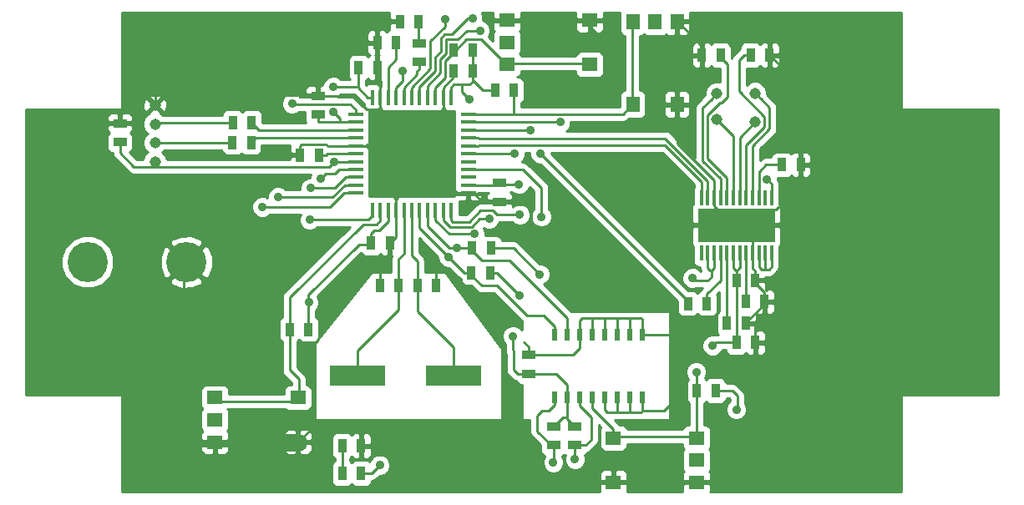
<source format=gtl>
%FSLAX46Y46*%
G04 Gerber Fmt 4.6, Leading zero omitted, Abs format (unit mm)*
G04 Created by KiCad (PCBNEW (2014-jan-25)-product) date Mon 14 Jul 2014 14:08:30 EST*
%MOMM*%
G01*
G04 APERTURE LIST*
%ADD10C,0.150000*%
%ADD11R,0.300000X1.600000*%
%ADD12R,7.800000X3.400000*%
%ADD13R,0.406400X1.524000*%
%ADD14R,1.524000X0.406400*%
%ADD15C,4.064000*%
%ADD16R,0.889000X1.397000*%
%ADD17R,1.397000X0.889000*%
%ADD18R,0.508000X1.143000*%
%ADD19R,5.600700X2.100580*%
%ADD20C,1.143000*%
%ADD21R,1.600200X1.399540*%
%ADD22R,1.399540X1.600200*%
%ADD23C,0.889000*%
%ADD24C,2.500000*%
%ADD25C,0.254000*%
%ADD26C,1.800000*%
G04 APERTURE END LIST*
D10*
D11*
X143093999Y-100058999D03*
X143743999Y-100058999D03*
X144393999Y-100058999D03*
X145043999Y-100058999D03*
X145693999Y-100058999D03*
X146343999Y-100058999D03*
X142443999Y-100058999D03*
X141793999Y-100058999D03*
X141143999Y-100058999D03*
X140493999Y-100058999D03*
X139843999Y-100058999D03*
X139193999Y-100058999D03*
X139193999Y-94458999D03*
X139843999Y-94458999D03*
X140493999Y-94458999D03*
X141143999Y-94458999D03*
X141793999Y-94458999D03*
X142443999Y-94458999D03*
X146343999Y-94458999D03*
X145693999Y-94458999D03*
X145043999Y-94458999D03*
X144393999Y-94458999D03*
X143743999Y-94458999D03*
X143093999Y-94458999D03*
D12*
X142768999Y-97258999D03*
D13*
X109854999Y-84284999D03*
X109054899Y-84284999D03*
X108254799Y-84284999D03*
X107454699Y-84284999D03*
X106654599Y-84284999D03*
X105854499Y-84284999D03*
X110655099Y-84284999D03*
X111455199Y-84284999D03*
X112255299Y-84284999D03*
X113055399Y-84284999D03*
X113855499Y-84284999D03*
X109854999Y-95714999D03*
X109054899Y-95714999D03*
X108254799Y-95714999D03*
X107454699Y-95714999D03*
X106654599Y-95714999D03*
X105854499Y-95714999D03*
X110655099Y-95714999D03*
X111455199Y-95714999D03*
X112255299Y-95714999D03*
X113055399Y-95714999D03*
X113855499Y-95714999D03*
D14*
X104139999Y-89999999D03*
X115569999Y-89999999D03*
X104139999Y-90800099D03*
X115569999Y-90800099D03*
X115569999Y-91600199D03*
X104139999Y-91600199D03*
X104139999Y-92400299D03*
X115569999Y-92400299D03*
X115569999Y-93200399D03*
X104139999Y-93200399D03*
X104139999Y-94000499D03*
X115569999Y-94000499D03*
X115569999Y-89199899D03*
X104139999Y-89199899D03*
X104139999Y-88399799D03*
X115569999Y-88399799D03*
X115569999Y-87599699D03*
X104139999Y-87599699D03*
X104139999Y-86799599D03*
X115569999Y-86799599D03*
X115569999Y-85999499D03*
X104139999Y-85999499D03*
D15*
X76999999Y-100999999D03*
D16*
X110426499Y-103377999D03*
X112331499Y-103377999D03*
X108521499Y-103377999D03*
X106616499Y-103377999D03*
X98542499Y-90142999D03*
X100447499Y-90142999D03*
D17*
X80263999Y-86931499D03*
X80263999Y-88836499D03*
X100329999Y-84137499D03*
X100329999Y-86042499D03*
D16*
X107632499Y-99059999D03*
X105727499Y-99059999D03*
D17*
X118744999Y-94867499D03*
X118744999Y-92962499D03*
D16*
X106362499Y-81279999D03*
X104457499Y-81279999D03*
X106362499Y-78739999D03*
X108267499Y-78739999D03*
D17*
X121665999Y-110426499D03*
X121665999Y-112331499D03*
D16*
X144682499Y-102849999D03*
X142777499Y-102849999D03*
X144682499Y-109149999D03*
X142777499Y-109149999D03*
X145599499Y-105016999D03*
X143694499Y-105016999D03*
X143710499Y-107202999D03*
X141805499Y-107202999D03*
D15*
X86999999Y-100999999D03*
D16*
X97472499Y-107822999D03*
X99377499Y-107822999D03*
X118318499Y-83570999D03*
X120223499Y-83570999D03*
X115887499Y-102077999D03*
X117792499Y-102077999D03*
X115987499Y-99602999D03*
X117892499Y-99602999D03*
X116014499Y-79501999D03*
X114109499Y-79501999D03*
X137847499Y-105199999D03*
X139752499Y-105199999D03*
X93572499Y-88869999D03*
X91667499Y-88869999D03*
X93622499Y-86854999D03*
X91717499Y-86854999D03*
D17*
X124205999Y-117665499D03*
X124205999Y-119570499D03*
D16*
X140652499Y-114045999D03*
X138747499Y-114045999D03*
X141160499Y-80009999D03*
X139255499Y-80009999D03*
X144208499Y-80009999D03*
X146113499Y-80009999D03*
X147361499Y-91116999D03*
X149266499Y-91116999D03*
D18*
X124332999Y-108330999D03*
X126872999Y-108330999D03*
X128142999Y-108330999D03*
X129412999Y-108330999D03*
X130682999Y-108330999D03*
X131952999Y-108330999D03*
X133222999Y-108330999D03*
X133222999Y-114680999D03*
X131952999Y-114680999D03*
X130682999Y-114680999D03*
X129412999Y-114680999D03*
X128142999Y-114680999D03*
X126872999Y-114680999D03*
X125602999Y-114680999D03*
X124332999Y-114680999D03*
X125602999Y-108330999D03*
D19*
X114068859Y-112521999D03*
X104371139Y-112521999D03*
D20*
X144661999Y-86814999D03*
X144661999Y-83874999D03*
X140788999Y-86554999D03*
X140788999Y-83894999D03*
X83819999Y-88899999D03*
X83819999Y-86994999D03*
X83819999Y-85089999D03*
X83819999Y-90804999D03*
D17*
X126364999Y-117665499D03*
X126364999Y-119570499D03*
D16*
X110553499Y-76580999D03*
X108648499Y-76580999D03*
X102806499Y-119633999D03*
X104711499Y-119633999D03*
D17*
X110616999Y-78803499D03*
X110616999Y-80708499D03*
D16*
X102806499Y-122427999D03*
X104711499Y-122427999D03*
X114094499Y-81608000D03*
X115999499Y-81608000D03*
D21*
X98301159Y-119250439D03*
X89898839Y-119250439D03*
X89898839Y-116999999D03*
X98301159Y-114749559D03*
X89898839Y-114749559D03*
D22*
X132249559Y-85001159D03*
X132249559Y-76598839D03*
X134499999Y-76598839D03*
X136750439Y-85001159D03*
X136750439Y-76598839D03*
D21*
X127901159Y-80950439D03*
X119498839Y-80950439D03*
X119498839Y-78699999D03*
X127901159Y-76449559D03*
X119498839Y-76449559D03*
X130298839Y-118849559D03*
X138701159Y-118849559D03*
X138701159Y-121099999D03*
X130298839Y-123350439D03*
X138701159Y-123350439D03*
D23*
X120699999Y-93099999D03*
X101999999Y-90799999D03*
X115699999Y-84499999D03*
X101899999Y-83199999D03*
X101899999Y-85799999D03*
X106599999Y-121599999D03*
X120099999Y-108499999D03*
X120776999Y-104393999D03*
X122808999Y-102234999D03*
X142747999Y-115950999D03*
X140334999Y-109473999D03*
X138302999Y-102615999D03*
X99399999Y-105099999D03*
D24*
X147599999Y-122499999D03*
X92999999Y-122099999D03*
D23*
X134899999Y-80399999D03*
X129699999Y-78899999D03*
X111899999Y-101499999D03*
X106599999Y-101399999D03*
X120299999Y-89999999D03*
X145869509Y-92599999D03*
X99599999Y-93499999D03*
X113584749Y-100473749D03*
X114399999Y-99599999D03*
X100599999Y-92499999D03*
X122899999Y-90000008D03*
X121899999Y-87625119D03*
X122999999Y-96399999D03*
X124199999Y-121299999D03*
X96299999Y-94399999D03*
X138683999Y-112140999D03*
X113199999Y-76399999D03*
X108899999Y-81599999D03*
X115999999Y-76299999D03*
X116756131Y-77511329D03*
X99499999Y-96699999D03*
X117699999Y-96599999D03*
X120799999Y-96199999D03*
X94699999Y-95399999D03*
X124899999Y-86799999D03*
X97719999Y-84919999D03*
X126399999Y-120999999D03*
X116241949Y-98164033D03*
D25*
X120699999Y-93099999D02*
X118882499Y-93099999D01*
X118882499Y-93099999D02*
X118744999Y-92962499D01*
X104499999Y-99199999D02*
X105587499Y-99199999D01*
X105587499Y-99199999D02*
X105727499Y-99059999D01*
X101999999Y-90799999D02*
X104139899Y-90799999D01*
X104139899Y-90799999D02*
X104139999Y-90800099D01*
X114124499Y-82999999D02*
X114930469Y-82999999D01*
X114930469Y-82999999D02*
X115699999Y-82999999D01*
X115699999Y-84499999D02*
X114930469Y-83730469D01*
X114930469Y-83730469D02*
X114930469Y-82999999D01*
X104457499Y-83345199D02*
X104457499Y-83189606D01*
X104457499Y-83189606D02*
X104457499Y-82232499D01*
X101899999Y-83199999D02*
X104447106Y-83199999D01*
X104447106Y-83199999D02*
X104457499Y-83189606D01*
X102557272Y-86799599D02*
X100388599Y-86799599D01*
X104139999Y-86799599D02*
X102557272Y-86799599D01*
X102557272Y-86799599D02*
X102557272Y-86457272D01*
X102557272Y-86457272D02*
X101899999Y-85799999D01*
X100388599Y-86799599D02*
X100329999Y-86740999D01*
X100329999Y-86740999D02*
X100329999Y-86042499D01*
X115569999Y-93200399D02*
X118507099Y-93200399D01*
X118507099Y-93200399D02*
X118744999Y-92962499D01*
X143093999Y-101605999D02*
X143068999Y-101605999D01*
X143068999Y-101605999D02*
X142777499Y-101897499D01*
X142777499Y-101897499D02*
X142777499Y-102849999D01*
X143093999Y-100058999D02*
X143093999Y-101605999D01*
X142777499Y-109149999D02*
X142777499Y-102849999D01*
X115999499Y-81608000D02*
X115999499Y-82560500D01*
X117009998Y-83570999D02*
X117619999Y-83570999D01*
X115999499Y-82560500D02*
X117009998Y-83570999D01*
X117619999Y-83570999D02*
X118318499Y-83570999D01*
X115999499Y-81608000D02*
X115999499Y-79516999D01*
X115999499Y-79516999D02*
X116014499Y-79501999D01*
X113855499Y-84284999D02*
X113855499Y-83268999D01*
X113855499Y-83268999D02*
X114124499Y-82999999D01*
X115699999Y-82999999D02*
X115999499Y-82700499D01*
X115999499Y-82700499D02*
X115999499Y-81608000D01*
X105854499Y-84284999D02*
X105397299Y-84284999D01*
X105397299Y-84284999D02*
X104457499Y-83345199D01*
X104457499Y-82232499D02*
X104457499Y-81279999D01*
X107454699Y-96888299D02*
X106552999Y-97789999D01*
X106552999Y-97789999D02*
X106044999Y-97789999D01*
X106044999Y-97789999D02*
X105727499Y-98107499D01*
X105727499Y-98107499D02*
X105727499Y-99059999D01*
X107454699Y-95714999D02*
X107454699Y-96888299D01*
X99059999Y-107822999D02*
X99377499Y-107822999D01*
X125602999Y-116903499D02*
X126364999Y-117665499D01*
X125602999Y-116712999D02*
X125602999Y-116903499D01*
X125602999Y-114680999D02*
X125602999Y-116712999D01*
X125158499Y-116712999D02*
X124205999Y-117665499D01*
X125602999Y-116712999D02*
X125158499Y-116712999D01*
X124523499Y-112331499D02*
X121665999Y-112331499D01*
X125602999Y-113410999D02*
X124523499Y-112331499D01*
X125602999Y-114680999D02*
X125602999Y-113410999D01*
X142443999Y-101563999D02*
X142777499Y-101897499D01*
X142443999Y-100058999D02*
X142443999Y-101563999D01*
X139843999Y-100058999D02*
X139826999Y-100075999D01*
X140080999Y-101853999D02*
X139843999Y-101616999D01*
X140207999Y-101853999D02*
X140080999Y-101853999D01*
X139843999Y-101616999D02*
X139843999Y-100058999D01*
X140493999Y-101567999D02*
X140207999Y-101853999D01*
X140493999Y-100058999D02*
X140493999Y-101567999D01*
X80263999Y-89915999D02*
X80263999Y-88836499D01*
X81660999Y-91312999D02*
X80263999Y-89915999D01*
X83946999Y-91312999D02*
X81660999Y-91312999D01*
X101486999Y-91312999D02*
X101999999Y-90799999D01*
X83946999Y-91312999D02*
X101486999Y-91312999D01*
X106599999Y-121599999D02*
X106298999Y-121627999D01*
X120099999Y-108499999D02*
X120141999Y-111251999D01*
X120141999Y-111251999D02*
X120141999Y-111886999D01*
X120141999Y-111886999D02*
X120586499Y-112331499D01*
X120586499Y-112331499D02*
X121665999Y-112331499D01*
X120776999Y-104393999D02*
X119760999Y-103377999D01*
X142874999Y-114553999D02*
X142366999Y-114045999D01*
X142874999Y-115823999D02*
X142874999Y-114553999D01*
X142747999Y-115950999D02*
X142874999Y-115823999D01*
X142366999Y-114045999D02*
X140652499Y-114045999D01*
X140334999Y-109473999D02*
X140658999Y-109149999D01*
X140658999Y-109149999D02*
X142777499Y-109149999D01*
X138302999Y-102615999D02*
X138556999Y-102869999D01*
X138556999Y-102869999D02*
X139826999Y-102869999D01*
X139826999Y-102869999D02*
X140207999Y-102488999D01*
X140207999Y-102488999D02*
X140207999Y-101853999D01*
X99377499Y-104322499D02*
X104499999Y-99199999D01*
X99377499Y-105099999D02*
X99377499Y-104322499D01*
X99377499Y-107822999D02*
X99377499Y-105099999D01*
X99399999Y-105099999D02*
X99377499Y-105099999D01*
X99377499Y-105099999D02*
X99399999Y-105099999D01*
X99399999Y-105099999D02*
X99377499Y-105099999D01*
X120176999Y-99602999D02*
X117892499Y-99602999D01*
X122808999Y-102234999D02*
X120176999Y-99602999D01*
X118490999Y-102077999D02*
X117792499Y-102077999D01*
X119760999Y-103347999D02*
X118490999Y-102077999D01*
X119760999Y-103377999D02*
X119760999Y-103347999D01*
X83870799Y-91312999D02*
X83819999Y-90804999D01*
X83819999Y-91262199D02*
X83870799Y-91312999D01*
X83819999Y-90804999D02*
X83819999Y-91262199D01*
X105771999Y-122427999D02*
X106599999Y-121599999D01*
X104711499Y-122427999D02*
X105771999Y-122427999D01*
D26*
X98301159Y-119250439D02*
X95849559Y-119250439D01*
X95849559Y-119250439D02*
X92999999Y-122099999D01*
D25*
X90000839Y-119598439D02*
X98403159Y-119598439D01*
X100075999Y-117474999D02*
X104393999Y-117474999D01*
X98403159Y-119147839D02*
X100075999Y-117474999D01*
X98403159Y-119598439D02*
X98403159Y-119147839D01*
X85943439Y-119598439D02*
X90000839Y-119598439D01*
X136743439Y-76570839D02*
X136743439Y-78556559D01*
X136743439Y-78556559D02*
X134899999Y-80399999D01*
X129699999Y-78899999D02*
X127899159Y-77099159D01*
X127899159Y-77099159D02*
X127899159Y-76362559D01*
X104139999Y-89199899D02*
X101333201Y-89199899D01*
X101333201Y-89199899D02*
X101196800Y-89063498D01*
X101196800Y-89063498D02*
X98669500Y-89063498D01*
X98669500Y-89063498D02*
X98542499Y-89190499D01*
X98542499Y-89190499D02*
X98542499Y-90142999D01*
X106654599Y-87502999D02*
X106654599Y-84284999D01*
X106199899Y-89199899D02*
X106654599Y-88745199D01*
X106654599Y-88745199D02*
X106654599Y-87502999D01*
X108254799Y-95714999D02*
X108254799Y-93032867D01*
X108254799Y-93032867D02*
X108254799Y-91254799D01*
X115569999Y-94000499D02*
X109222431Y-94000499D01*
X109222431Y-94000499D02*
X108254799Y-93032867D01*
X108254799Y-91254799D02*
X106199899Y-89199899D01*
X106199899Y-89199899D02*
X104139999Y-89199899D01*
X106654599Y-84284999D02*
X106654599Y-85300999D01*
X106654599Y-85300999D02*
X106455599Y-85499999D01*
X106455599Y-85499999D02*
X105283000Y-85499999D01*
X105283000Y-85499999D02*
X103920500Y-84137499D01*
X103920500Y-84137499D02*
X101282499Y-84137499D01*
X101282499Y-84137499D02*
X100329999Y-84137499D01*
X118744999Y-94867499D02*
X116995799Y-94867499D01*
X116995799Y-94867499D02*
X116128799Y-94000499D01*
X116128799Y-94000499D02*
X115569999Y-94000499D01*
X118490999Y-94867499D02*
X118744999Y-94867499D01*
X144682499Y-109149999D02*
X144682499Y-107476499D01*
X144682499Y-107476499D02*
X144408999Y-107202999D01*
X144408999Y-107202999D02*
X143710499Y-107202999D01*
X145599499Y-105016999D02*
X145599499Y-105270999D01*
X145599499Y-105270999D02*
X143710499Y-107159999D01*
X143710499Y-107159999D02*
X143710499Y-107202999D01*
X144682499Y-102849999D02*
X144682499Y-103103999D01*
X144682499Y-103103999D02*
X145599499Y-104020999D01*
X145599499Y-104020999D02*
X145599499Y-105016999D01*
X144682499Y-102849999D02*
X144682499Y-101897499D01*
X144682499Y-101897499D02*
X144393999Y-101608999D01*
X144393999Y-101608999D02*
X144393999Y-100058999D01*
X149266499Y-91116999D02*
X149266499Y-93172301D01*
X149266499Y-93172301D02*
X146760802Y-95677998D01*
X146760802Y-95677998D02*
X144723800Y-95677998D01*
X144723800Y-95677998D02*
X142768999Y-95677998D01*
X136743439Y-76570839D02*
X136743439Y-76470509D01*
X136743439Y-76570839D02*
X136743439Y-84973159D01*
X127899159Y-76362559D02*
X119496839Y-76362559D01*
X106362499Y-77337499D02*
X106362499Y-78739999D01*
X107118999Y-76580999D02*
X106362499Y-77337499D01*
X108648499Y-76580999D02*
X107118999Y-76580999D01*
X106362499Y-81279999D02*
X106362499Y-80327499D01*
X106362499Y-80327499D02*
X106362499Y-78739999D01*
X106654599Y-84284999D02*
X106654599Y-81572099D01*
X106654599Y-81572099D02*
X106362499Y-81279999D01*
X108254799Y-98437699D02*
X107632499Y-99059999D01*
X108254799Y-95714999D02*
X108254799Y-98437699D01*
X107632499Y-100139499D02*
X106616499Y-101155499D01*
X106616499Y-101399999D02*
X106616499Y-103377999D01*
X106616499Y-101155499D02*
X106616499Y-101399999D01*
X107632499Y-99059999D02*
X107632499Y-100139499D01*
X126174499Y-110426499D02*
X126872999Y-109727999D01*
X126872999Y-109727999D02*
X126872999Y-108330999D01*
X121665999Y-110426499D02*
X126174499Y-110426499D01*
X126872999Y-106933999D02*
X127126999Y-106679999D01*
X131952999Y-106679999D02*
X133095999Y-106679999D01*
X130682999Y-106679999D02*
X131952999Y-106679999D01*
X129412999Y-106679999D02*
X130682999Y-106679999D01*
X128142999Y-106679999D02*
X129412999Y-106679999D01*
X127126999Y-106679999D02*
X128142999Y-106679999D01*
X133095999Y-106679999D02*
X133222999Y-106806999D01*
X133222999Y-106806999D02*
X133222999Y-108330999D01*
X126872999Y-108330999D02*
X126872999Y-106933999D01*
X128142999Y-108330999D02*
X128142999Y-106679999D01*
X129412999Y-108330999D02*
X129412999Y-106679999D01*
X130682999Y-106806999D02*
X130682999Y-106679999D01*
X130682999Y-106679999D02*
X130682999Y-106806999D01*
X130682999Y-108330999D02*
X130682999Y-106679999D01*
X131952999Y-108330999D02*
X131952999Y-106679999D01*
X129412999Y-115950999D02*
X129666999Y-116204999D01*
X131952999Y-116204999D02*
X133095999Y-116204999D01*
X130682999Y-116204999D02*
X131952999Y-116204999D01*
X129666999Y-116204999D02*
X130682999Y-116204999D01*
X133095999Y-116204999D02*
X133222999Y-116077999D01*
X133222999Y-116077999D02*
X133222999Y-114680999D01*
X129412999Y-114680999D02*
X129412999Y-115950999D01*
X131952999Y-114680999D02*
X131952999Y-116204999D01*
X130682999Y-114680999D02*
X130682999Y-116204999D01*
X138694159Y-123154439D02*
X130291839Y-123154439D01*
X104393999Y-117474999D02*
X104711499Y-117792499D01*
X104711499Y-117792499D02*
X104711499Y-119633999D01*
X141985999Y-111759999D02*
X143001999Y-112775999D01*
X143001999Y-112775999D02*
X144271999Y-114045999D01*
X144271999Y-114045999D02*
X144271999Y-122427999D01*
X144271999Y-122427999D02*
X143545559Y-123154439D01*
X143545559Y-123154439D02*
X138694159Y-123154439D01*
X136651999Y-112775999D02*
X137667999Y-111759999D01*
X136651999Y-114807999D02*
X136651999Y-112775999D01*
X135381999Y-116077999D02*
X136651999Y-114807999D01*
X133222999Y-116077999D02*
X135381999Y-116077999D01*
X142407999Y-97258999D02*
X142768999Y-97258999D01*
X140493999Y-95344999D02*
X142407999Y-97258999D01*
X140493999Y-94458999D02*
X140493999Y-95344999D01*
X144393999Y-98883999D02*
X142768999Y-97258999D01*
X144393999Y-100058999D02*
X144393999Y-98883999D01*
X136743439Y-86027259D02*
X136743439Y-84973159D01*
X140493999Y-94458999D02*
X140493999Y-92702131D01*
X140493999Y-92702131D02*
X136743439Y-88951571D01*
X136743439Y-88951571D02*
X136743439Y-86027259D01*
X108584999Y-119633999D02*
X112105439Y-123154439D01*
X112105439Y-123154439D02*
X130291839Y-123154439D01*
X104711499Y-119633999D02*
X108584999Y-119633999D01*
X136016999Y-108330999D02*
X137667999Y-109981999D01*
X137667999Y-109981999D02*
X137667999Y-111759999D01*
X133222999Y-108330999D02*
X136016999Y-108330999D01*
X84200999Y-117855999D02*
X85943439Y-119598439D01*
X84200999Y-106806999D02*
X84200999Y-117855999D01*
X86740999Y-104266999D02*
X84200999Y-106806999D01*
X86740999Y-100964999D02*
X86740999Y-104266999D01*
X82041999Y-84073999D02*
X80263999Y-85851999D01*
X80263999Y-85851999D02*
X80263999Y-86931499D01*
X83819999Y-84073999D02*
X82041999Y-84073999D01*
X83946999Y-84073999D02*
X83819999Y-84073999D01*
X75501499Y-86931499D02*
X74548999Y-87883999D01*
X74548999Y-87883999D02*
X74548999Y-88772999D01*
X74548999Y-88772999D02*
X86740999Y-100964999D01*
X80263999Y-86931499D02*
X75501499Y-86931499D01*
X144682499Y-111095499D02*
X143001999Y-112775999D01*
X144682499Y-109149999D02*
X144682499Y-111095499D01*
X139255499Y-79082899D02*
X136743439Y-76570839D01*
X139255499Y-80009999D02*
X139255499Y-79082899D01*
X144896839Y-76570839D02*
X136743439Y-76570839D01*
X146113499Y-77787499D02*
X144896839Y-76570839D01*
X146113499Y-80009999D02*
X146113499Y-77787499D01*
X113055399Y-86207599D02*
X111759999Y-87502999D01*
X111759999Y-87502999D02*
X106654599Y-87502999D01*
X113055399Y-84284999D02*
X113055399Y-86207599D01*
X106599999Y-101399999D02*
X106616499Y-101399999D01*
X106616499Y-101399999D02*
X106599999Y-101399999D01*
X106599999Y-101399999D02*
X106616499Y-101399999D01*
X112331499Y-101931499D02*
X111899999Y-101499999D01*
X112331499Y-103377999D02*
X112331499Y-101931499D01*
X121665999Y-110426499D02*
X121665999Y-109565999D01*
X121665999Y-109565999D02*
X121199999Y-109099999D01*
X114094499Y-81608000D02*
X114094499Y-82229899D01*
X114094499Y-82229899D02*
X113055399Y-83268999D01*
X113055399Y-83268999D02*
X113055399Y-84284999D01*
X149266499Y-83162999D02*
X146113499Y-80009999D01*
X149266499Y-91116999D02*
X149266499Y-83162999D01*
X100329999Y-81369999D02*
X102959999Y-78739999D01*
X102959999Y-78739999D02*
X106362499Y-78739999D01*
X100329999Y-84137499D02*
X100329999Y-81369999D01*
X100266499Y-84073999D02*
X100329999Y-84137499D01*
X83946999Y-84073999D02*
X100266499Y-84073999D01*
X83819999Y-84099399D02*
X83819999Y-84073999D01*
X83819999Y-84073999D02*
X83819999Y-84099399D01*
X83819999Y-85089999D02*
X83819999Y-84073999D01*
X109854999Y-100329999D02*
X110426499Y-100901499D01*
X110426499Y-100901499D02*
X110426499Y-103377999D01*
X109854999Y-95714999D02*
X109854999Y-100329999D01*
X110426499Y-105981499D02*
X114068859Y-109623859D01*
X114068859Y-109623859D02*
X114068859Y-112521999D01*
X110426499Y-103377999D02*
X110426499Y-105981499D01*
X109054899Y-100114099D02*
X108521499Y-100647499D01*
X108521499Y-100647499D02*
X108521499Y-103377999D01*
X109054899Y-95714999D02*
X109054899Y-100114099D01*
X108521499Y-105854499D02*
X104371139Y-110004859D01*
X104371139Y-110004859D02*
X104371139Y-112521999D01*
X108521499Y-103377999D02*
X108521499Y-105854499D01*
X104139999Y-89999999D02*
X102421741Y-89999999D01*
X102421741Y-89999999D02*
X102396240Y-89974498D01*
X102396240Y-89974498D02*
X101314500Y-89974498D01*
X101314500Y-89974498D02*
X101145999Y-90142999D01*
X101145999Y-90142999D02*
X100447499Y-90142999D01*
X108267499Y-80432499D02*
X107454699Y-81245299D01*
X107454699Y-81245299D02*
X107454699Y-84284999D01*
X108267499Y-78739999D02*
X108267499Y-80432499D01*
X143743999Y-100058999D02*
X143743999Y-104967499D01*
X143743999Y-104967499D02*
X143694499Y-105016999D01*
X141805499Y-107202999D02*
X141805499Y-100070499D01*
X141805499Y-100070499D02*
X141793999Y-100058999D01*
X83976999Y-88869999D02*
X83946999Y-88899999D01*
X91667499Y-88869999D02*
X83976999Y-88869999D01*
X83832999Y-86854999D02*
X83819999Y-86867999D01*
X91717499Y-86854999D02*
X83832999Y-86854999D01*
X120299999Y-89999999D02*
X115569999Y-89999999D01*
X146343999Y-94458999D02*
X146343999Y-93074489D01*
X146343999Y-93074489D02*
X145869509Y-92599999D01*
X147361499Y-91116999D02*
X145782999Y-91116999D01*
X145782999Y-91116999D02*
X145043999Y-91855999D01*
X145043999Y-91855999D02*
X145043999Y-93404999D01*
X145043999Y-93404999D02*
X145043999Y-94458999D01*
X144393999Y-94458999D02*
X144393999Y-89211135D01*
X144393999Y-89211135D02*
X146122510Y-87482624D01*
X146122510Y-87482624D02*
X146122510Y-85335510D01*
X146122510Y-85335510D02*
X145233498Y-84446498D01*
X145233498Y-84446498D02*
X144661999Y-83874999D01*
X145614500Y-86237202D02*
X143001999Y-83624701D01*
X145614500Y-87272200D02*
X145614500Y-86237202D01*
X143743999Y-89142701D02*
X145614500Y-87272200D01*
X143743999Y-94458999D02*
X143743999Y-89142701D01*
X143001999Y-83624701D02*
X143001999Y-80517999D01*
X143509999Y-80009999D02*
X144208499Y-80009999D01*
X143001999Y-80517999D02*
X143509999Y-80009999D01*
X143093999Y-94458999D02*
X143093999Y-88382999D01*
X143093999Y-88382999D02*
X144661999Y-86814999D01*
X142443999Y-94458999D02*
X142443999Y-88209999D01*
X142443999Y-88209999D02*
X140788999Y-86554999D01*
X141160499Y-80263999D02*
X141160499Y-80009999D01*
X141793999Y-92478131D02*
X139836498Y-90520630D01*
X141858999Y-80962499D02*
X141160499Y-80263999D01*
X139836498Y-86097798D02*
X141086796Y-84847500D01*
X141793999Y-94458999D02*
X141793999Y-92478131D01*
X141086796Y-84847500D02*
X141246200Y-84847500D01*
X139836498Y-90520630D02*
X139836498Y-86097798D01*
X141246200Y-84847500D02*
X141858999Y-84234701D01*
X141858999Y-84234701D02*
X141858999Y-80962499D01*
X139328488Y-90731054D02*
X139328488Y-85355510D01*
X141143999Y-92546565D02*
X139328488Y-90731054D01*
X141143999Y-94458999D02*
X141143999Y-92546565D01*
X139328488Y-85355510D02*
X140217500Y-84466498D01*
X140217500Y-84466498D02*
X140788999Y-83894999D01*
X116585999Y-88399799D02*
X115569999Y-88399799D01*
X116636820Y-88450620D02*
X116585999Y-88399799D01*
X135524054Y-88450620D02*
X116636820Y-88450620D01*
X139843999Y-94458999D02*
X139843999Y-92770565D01*
X139843999Y-92770565D02*
X135524054Y-88450620D01*
X116585999Y-89199899D02*
X115569999Y-89199899D01*
X135529498Y-89174498D02*
X116611400Y-89174498D01*
X139193999Y-92838999D02*
X135529498Y-89174498D01*
X116611400Y-89174498D02*
X116585999Y-89199899D01*
X139193999Y-94458999D02*
X139193999Y-92838999D01*
X139752499Y-105199999D02*
X139752499Y-104247499D01*
X139752499Y-104247499D02*
X141143999Y-102855999D01*
X141143999Y-102855999D02*
X141143999Y-101112999D01*
X141143999Y-101112999D02*
X141143999Y-100058999D01*
X97472499Y-104584499D02*
X97472499Y-107822999D01*
X104901999Y-97154999D02*
X97472499Y-104584499D01*
X106298999Y-97154999D02*
X104901999Y-97154999D01*
X106654599Y-96799399D02*
X106298999Y-97154999D01*
X106654599Y-95714999D02*
X106654599Y-96799399D01*
X97472499Y-111950499D02*
X97472499Y-107822999D01*
X90000839Y-115097559D02*
X98403159Y-115097559D01*
X98403159Y-112881159D02*
X97472499Y-111950499D01*
X98403159Y-115097559D02*
X98403159Y-112881159D01*
X115569999Y-85999499D02*
X120267794Y-85999499D01*
X120223499Y-83570999D02*
X120223499Y-85955204D01*
X120223499Y-85955204D02*
X120267794Y-85999499D01*
X120292795Y-85974498D02*
X131241220Y-85974498D01*
X131241220Y-85974498D02*
X132242559Y-84973159D01*
X120267794Y-85999499D02*
X120292795Y-85974498D01*
X132242559Y-84973159D02*
X132242559Y-76042559D01*
X124332999Y-107505499D02*
X123227499Y-106399999D01*
X124332999Y-108330999D02*
X124332999Y-107505499D01*
X123227499Y-106399999D02*
X121499999Y-106399999D01*
X121499999Y-106399999D02*
X118499999Y-103399999D01*
X115887499Y-102331999D02*
X115887499Y-102077999D01*
X116955499Y-103399999D02*
X115887499Y-102331999D01*
X118499999Y-103399999D02*
X116955499Y-103399999D01*
X110655099Y-97544099D02*
X110655099Y-97511131D01*
X115887499Y-102077999D02*
X115188999Y-102077999D01*
X110655099Y-97511131D02*
X110655099Y-95714999D01*
X113584749Y-100473749D02*
X110655099Y-97544099D01*
X115188999Y-102077999D02*
X113584749Y-100473749D01*
X102024299Y-93499999D02*
X99599999Y-93499999D01*
X103123999Y-92400299D02*
X102024299Y-93499999D01*
X104139999Y-92400299D02*
X103123999Y-92400299D01*
X125602999Y-108330999D02*
X125602999Y-107949999D01*
X111455199Y-95714999D02*
X111455199Y-97355199D01*
X113702999Y-99602999D02*
X115987499Y-99602999D01*
X111455199Y-97355199D02*
X113702999Y-99602999D01*
X115987499Y-99856999D02*
X115987499Y-99602999D01*
X116928998Y-100798498D02*
X115987499Y-99856999D01*
X119721498Y-100798498D02*
X116928998Y-100798498D01*
X125602999Y-106679999D02*
X119721498Y-100798498D01*
X125602999Y-108330999D02*
X125602999Y-106679999D01*
X114402999Y-99602999D02*
X114399999Y-99599999D01*
X100599999Y-92499999D02*
X101099999Y-91999999D01*
X101099999Y-91999999D02*
X102099999Y-91999999D01*
X102099999Y-91999999D02*
X102499799Y-91600199D01*
X102499799Y-91600199D02*
X104139999Y-91600199D01*
X115987499Y-99602999D02*
X114402999Y-99602999D01*
X119496839Y-80863439D02*
X119396509Y-80863439D01*
X127899159Y-80863439D02*
X119496839Y-80863439D01*
X114316433Y-79501999D02*
X114109499Y-79501999D01*
X116870568Y-78422498D02*
X115395934Y-78422498D01*
X115395934Y-78422498D02*
X114316433Y-79501999D01*
X119398509Y-80950439D02*
X116870568Y-78422498D01*
X119498839Y-80950439D02*
X119398509Y-80950439D01*
X114109499Y-79501999D02*
X114109499Y-79764198D01*
X114109499Y-79764198D02*
X113268998Y-80604699D01*
X113268998Y-80604699D02*
X113268998Y-82255300D01*
X113268998Y-82255300D02*
X112255299Y-83268999D01*
X112255299Y-83268999D02*
X112255299Y-84284999D01*
X126901499Y-93999999D02*
X126899990Y-93999999D01*
X126899990Y-93999999D02*
X122899999Y-90000008D01*
X126901499Y-93999999D02*
X137847499Y-104945999D01*
X137847499Y-104945999D02*
X137847499Y-105199999D01*
X115569999Y-87599699D02*
X121874579Y-87599699D01*
X121874579Y-87599699D02*
X121899999Y-87625119D01*
X104139999Y-88399799D02*
X94042699Y-88399799D01*
X94042699Y-88399799D02*
X93572499Y-88869999D01*
X104139999Y-87599699D02*
X94367199Y-87599699D01*
X94367199Y-87599699D02*
X93622499Y-86854999D01*
X124332999Y-115442999D02*
X123697999Y-116077999D01*
X123697999Y-116077999D02*
X123062999Y-116077999D01*
X123062999Y-116077999D02*
X122554999Y-116585999D01*
X122554999Y-116585999D02*
X122554999Y-116999999D01*
X124332999Y-114680999D02*
X124332999Y-115442999D01*
X123951999Y-119570499D02*
X124205999Y-119570499D01*
X122554999Y-118173499D02*
X123951999Y-119570499D01*
X122554999Y-116999999D02*
X122554999Y-118173499D01*
X122999999Y-96399999D02*
X122999999Y-93499999D01*
X124205999Y-121293999D02*
X124205999Y-119570499D01*
X124205999Y-121293999D02*
X124199999Y-121299999D01*
X115569999Y-91600199D02*
X121100199Y-91600199D01*
X121100199Y-91600199D02*
X122999999Y-93499999D01*
X138747499Y-114045999D02*
X138747499Y-112204499D01*
X103042333Y-93200399D02*
X104139999Y-93200399D01*
X103042333Y-93200399D02*
X101842733Y-94399999D01*
X101842733Y-94399999D02*
X96299999Y-94399999D01*
X138747499Y-112204499D02*
X138683999Y-112140999D01*
X130291839Y-117972839D02*
X130291839Y-118653559D01*
X128142999Y-115823999D02*
X130291839Y-117972839D01*
X128142999Y-114680999D02*
X128142999Y-115823999D01*
X130291839Y-118653559D02*
X138694159Y-118653559D01*
X138747499Y-118600219D02*
X138694159Y-118653559D01*
X138747499Y-114045999D02*
X138747499Y-118600219D01*
X111744969Y-81379029D02*
X111744971Y-78600857D01*
X109854999Y-83268999D02*
X109854999Y-84284999D01*
X109854999Y-83268999D02*
X111744969Y-81379029D01*
X111744971Y-78600857D02*
X113199999Y-77145829D01*
X113199999Y-76399999D02*
X113199999Y-77145829D01*
X108899999Y-82623799D02*
X108899999Y-81599999D01*
X108254799Y-83268999D02*
X108899999Y-82623799D01*
X108254799Y-84284999D02*
X108254799Y-83268999D01*
X112252978Y-81589454D02*
X112252979Y-80183850D01*
X112775989Y-78288273D02*
X113149774Y-77914488D01*
X115522498Y-76299999D02*
X115909999Y-76299999D01*
X115909999Y-76299999D02*
X115999999Y-76299999D01*
X110655099Y-83187333D02*
X112252978Y-81589454D01*
X113908009Y-77914488D02*
X115522498Y-76299999D01*
X112252979Y-80183850D02*
X112775988Y-79660841D01*
X110655099Y-84284999D02*
X110655099Y-83187333D01*
X113149774Y-77914488D02*
X113908009Y-77914488D01*
X112775988Y-79660841D02*
X112775989Y-78288273D01*
X115909999Y-76299999D02*
X115999999Y-76299999D01*
X113283998Y-78498698D02*
X113360198Y-78422498D01*
X111455199Y-84284999D02*
X111455199Y-83105667D01*
X112760988Y-81799879D02*
X112760988Y-80394275D01*
X112760988Y-80394275D02*
X113283998Y-79871265D01*
X113360198Y-78422498D02*
X114516019Y-78422498D01*
X115427188Y-77511329D02*
X116127514Y-77511329D01*
X113283998Y-79871265D02*
X113283998Y-78498698D01*
X116127514Y-77511329D02*
X116756131Y-77511329D01*
X111455199Y-83105667D02*
X112760988Y-81799879D01*
X114516019Y-78422498D02*
X115427188Y-77511329D01*
X105453009Y-96646989D02*
X99553009Y-96646989D01*
X105854499Y-96245499D02*
X105453009Y-96646989D01*
X105854499Y-95714999D02*
X105854499Y-96245499D01*
X99553009Y-96646989D02*
X99499999Y-96699999D01*
X113732409Y-97408009D02*
X115910424Y-97408008D01*
X116718433Y-96599999D02*
X117071382Y-96599999D01*
X115910424Y-97408008D02*
X116718433Y-96599999D01*
X113055399Y-96730999D02*
X113732409Y-97408009D01*
X117071382Y-96599999D02*
X117699999Y-96599999D01*
X113055399Y-95714999D02*
X113055399Y-96730999D01*
X113855499Y-96730999D02*
X114024499Y-96899999D01*
X113855499Y-95714999D02*
X113855499Y-96730999D01*
X118096240Y-95774498D02*
X118525500Y-96203758D01*
X117303758Y-95774498D02*
X117303758Y-95774498D01*
X117303758Y-95774498D02*
X118096240Y-95774498D01*
X116825500Y-95774498D02*
X117303758Y-95774498D01*
X114024499Y-96899999D02*
X115699999Y-96899999D01*
X115699999Y-96899999D02*
X116825500Y-95774498D01*
X120796240Y-96203758D02*
X120799999Y-96199999D01*
X118525500Y-96203758D02*
X120796240Y-96203758D01*
X101561167Y-95399999D02*
X94699999Y-95399999D01*
X102960667Y-94000499D02*
X101561167Y-95399999D01*
X104139999Y-94000499D02*
X102960667Y-94000499D01*
X124899599Y-86799599D02*
X124899999Y-86799999D01*
X115569999Y-86799599D02*
X124899599Y-86799599D01*
X103560700Y-84963000D02*
X97763000Y-84963000D01*
X97763000Y-84963000D02*
X97719999Y-84919999D01*
X104139999Y-85542299D02*
X103560700Y-84963000D01*
X104139999Y-85999499D02*
X104139999Y-85542299D01*
X145043999Y-101482999D02*
X145287999Y-101726999D01*
X145668999Y-101726999D02*
X146049999Y-101726999D01*
X145287999Y-101726999D02*
X145668999Y-101726999D01*
X146049999Y-101726999D02*
X146343999Y-101432999D01*
X146343999Y-101432999D02*
X146343999Y-100058999D01*
X145043999Y-100058999D02*
X145043999Y-101482999D01*
X145693999Y-101726999D02*
X145668999Y-101726999D01*
X145693999Y-100058999D02*
X145693999Y-101726999D01*
X126872999Y-115569999D02*
X128015999Y-116712999D01*
X128015999Y-116712999D02*
X128015999Y-118998999D01*
X128015999Y-118998999D02*
X127444499Y-119570499D01*
X127444499Y-119570499D02*
X126364999Y-119570499D01*
X126872999Y-114680999D02*
X126872999Y-115569999D01*
X126364999Y-120964999D02*
X126399999Y-120999999D01*
X113688333Y-98164033D02*
X115613332Y-98164033D01*
X112255299Y-96730999D02*
X112255299Y-95714999D01*
X115613332Y-98164033D02*
X116241949Y-98164033D01*
X112255299Y-96730999D02*
X113688333Y-98164033D01*
X126364999Y-119570499D02*
X126364999Y-120964999D01*
X110553499Y-76580999D02*
X110553499Y-78739999D01*
X110553499Y-78739999D02*
X110616999Y-78803499D01*
X102806499Y-122427999D02*
X102806499Y-119633999D01*
X110391989Y-81632009D02*
X110391989Y-81931909D01*
X109054899Y-83268999D02*
X109054899Y-84284999D01*
X110391989Y-81931909D02*
X109054899Y-83268999D01*
X110616999Y-80708499D02*
X110616999Y-81406999D01*
X110616999Y-81406999D02*
X110391989Y-81632009D01*
G36*
X98689499Y-90269999D02*
X98669499Y-90269999D01*
X98669499Y-90289999D01*
X98415499Y-90289999D01*
X98415499Y-90269999D01*
X97621749Y-90269999D01*
X97462999Y-90428749D01*
X97462999Y-90550999D01*
X85020483Y-90550999D01*
X84843417Y-90122464D01*
X84573749Y-89852325D01*
X84794460Y-89631999D01*
X90587999Y-89631999D01*
X90587999Y-89694808D01*
X90684672Y-89928197D01*
X90863300Y-90106826D01*
X91096689Y-90203499D01*
X91349308Y-90203499D01*
X92238308Y-90203499D01*
X92471697Y-90106826D01*
X92619999Y-89958524D01*
X92768300Y-90106826D01*
X93001689Y-90203499D01*
X93254308Y-90203499D01*
X94143308Y-90203499D01*
X94376697Y-90106826D01*
X94555326Y-89928198D01*
X94651999Y-89694809D01*
X94651999Y-89442190D01*
X94651999Y-89161799D01*
X97527777Y-89161799D01*
X97462999Y-89318189D01*
X97462999Y-89570808D01*
X97462999Y-89857249D01*
X97621749Y-90015999D01*
X98415499Y-90015999D01*
X98415499Y-89995999D01*
X98669499Y-89995999D01*
X98669499Y-90015999D01*
X98689499Y-90015999D01*
X98689499Y-90269999D01*
X98689499Y-90269999D01*
G37*
X98689499Y-90269999D02*
X98669499Y-90269999D01*
X98669499Y-90289999D01*
X98415499Y-90289999D01*
X98415499Y-90269999D01*
X97621749Y-90269999D01*
X97462999Y-90428749D01*
X97462999Y-90550999D01*
X85020483Y-90550999D01*
X84843417Y-90122464D01*
X84573749Y-89852325D01*
X84794460Y-89631999D01*
X90587999Y-89631999D01*
X90587999Y-89694808D01*
X90684672Y-89928197D01*
X90863300Y-90106826D01*
X91096689Y-90203499D01*
X91349308Y-90203499D01*
X92238308Y-90203499D01*
X92471697Y-90106826D01*
X92619999Y-89958524D01*
X92768300Y-90106826D01*
X93001689Y-90203499D01*
X93254308Y-90203499D01*
X94143308Y-90203499D01*
X94376697Y-90106826D01*
X94555326Y-89928198D01*
X94651999Y-89694809D01*
X94651999Y-89442190D01*
X94651999Y-89161799D01*
X97527777Y-89161799D01*
X97462999Y-89318189D01*
X97462999Y-89570808D01*
X97462999Y-89857249D01*
X97621749Y-90015999D01*
X98415499Y-90015999D01*
X98415499Y-89995999D01*
X98669499Y-89995999D01*
X98669499Y-90015999D01*
X98689499Y-90015999D01*
X98689499Y-90269999D01*
G36*
X105016299Y-85161299D02*
X104784263Y-85161299D01*
X104678815Y-85003484D01*
X104099515Y-84424185D01*
X103852305Y-84259004D01*
X103560700Y-84201000D01*
X102304217Y-84201000D01*
X102510688Y-84115688D01*
X102664645Y-83961999D01*
X103996668Y-83961999D01*
X104858484Y-84823814D01*
X105016299Y-84929262D01*
X105016299Y-85161299D01*
X105016299Y-85161299D01*
G37*
X105016299Y-85161299D02*
X104784263Y-85161299D01*
X104678815Y-85003484D01*
X104099515Y-84424185D01*
X103852305Y-84259004D01*
X103560700Y-84201000D01*
X102304217Y-84201000D01*
X102510688Y-84115688D01*
X102664645Y-83961999D01*
X103996668Y-83961999D01*
X104858484Y-84823814D01*
X105016299Y-84929262D01*
X105016299Y-85161299D01*
G36*
X107842793Y-100318043D02*
X107817503Y-100355894D01*
X107759499Y-100647499D01*
X107759499Y-101991999D01*
X105753093Y-101991999D01*
X100382820Y-108826892D01*
X100456999Y-108647809D01*
X100456999Y-108395190D01*
X100456999Y-106998190D01*
X100360326Y-106764801D01*
X100181698Y-106586172D01*
X100139499Y-106568692D01*
X100139499Y-105887101D01*
X100314621Y-105712285D01*
X100479312Y-105315667D01*
X100479686Y-104886215D01*
X100315688Y-104489310D01*
X100302014Y-104475613D01*
X104719705Y-100057922D01*
X104744672Y-100118197D01*
X104923300Y-100296826D01*
X105156689Y-100393499D01*
X105409308Y-100393499D01*
X106298308Y-100393499D01*
X106531697Y-100296826D01*
X106679999Y-100148524D01*
X106828301Y-100296826D01*
X107061690Y-100393499D01*
X107346749Y-100393499D01*
X107505499Y-100234749D01*
X107505499Y-99186999D01*
X107485499Y-99186999D01*
X107485499Y-98932999D01*
X107505499Y-98932999D01*
X107505499Y-98912999D01*
X107759499Y-98912999D01*
X107759499Y-98932999D01*
X107779499Y-98932999D01*
X107779499Y-99186999D01*
X107759499Y-99186999D01*
X107759499Y-100234749D01*
X107842793Y-100318043D01*
X107842793Y-100318043D01*
G37*
X107842793Y-100318043D02*
X107817503Y-100355894D01*
X107759499Y-100647499D01*
X107759499Y-101991999D01*
X105753093Y-101991999D01*
X100382820Y-108826892D01*
X100456999Y-108647809D01*
X100456999Y-108395190D01*
X100456999Y-106998190D01*
X100360326Y-106764801D01*
X100181698Y-106586172D01*
X100139499Y-106568692D01*
X100139499Y-105887101D01*
X100314621Y-105712285D01*
X100479312Y-105315667D01*
X100479686Y-104886215D01*
X100315688Y-104489310D01*
X100302014Y-104475613D01*
X104719705Y-100057922D01*
X104744672Y-100118197D01*
X104923300Y-100296826D01*
X105156689Y-100393499D01*
X105409308Y-100393499D01*
X106298308Y-100393499D01*
X106531697Y-100296826D01*
X106679999Y-100148524D01*
X106828301Y-100296826D01*
X107061690Y-100393499D01*
X107346749Y-100393499D01*
X107505499Y-100234749D01*
X107505499Y-99186999D01*
X107485499Y-99186999D01*
X107485499Y-98932999D01*
X107505499Y-98932999D01*
X107505499Y-98912999D01*
X107759499Y-98912999D01*
X107759499Y-98932999D01*
X107779499Y-98932999D01*
X107779499Y-99186999D01*
X107759499Y-99186999D01*
X107759499Y-100234749D01*
X107842793Y-100318043D01*
G36*
X114241499Y-81735000D02*
X114221499Y-81735000D01*
X114221499Y-81755000D01*
X114030998Y-81755000D01*
X114030998Y-81461000D01*
X114221499Y-81461000D01*
X114221499Y-81481000D01*
X114241499Y-81481000D01*
X114241499Y-81735000D01*
X114241499Y-81735000D01*
G37*
X114241499Y-81735000D02*
X114221499Y-81735000D01*
X114221499Y-81755000D01*
X114030998Y-81755000D01*
X114030998Y-81461000D01*
X114221499Y-81461000D01*
X114221499Y-81481000D01*
X114241499Y-81481000D01*
X114241499Y-81735000D01*
G36*
X131480559Y-83566059D02*
X131423480Y-83566059D01*
X131190091Y-83662732D01*
X131011462Y-83841360D01*
X130914789Y-84074749D01*
X130914789Y-84327368D01*
X130914789Y-85212498D01*
X120985499Y-85212498D01*
X120985499Y-84825305D01*
X121027697Y-84807826D01*
X121206326Y-84629198D01*
X121302999Y-84395809D01*
X121302999Y-84143190D01*
X121302999Y-82746190D01*
X121206326Y-82512801D01*
X121027698Y-82334172D01*
X120794309Y-82237499D01*
X120541690Y-82237499D01*
X120540429Y-82237499D01*
X120658637Y-82188536D01*
X120837266Y-82009908D01*
X120933939Y-81776519D01*
X120933939Y-81625439D01*
X126466059Y-81625439D01*
X126466059Y-81776518D01*
X126562732Y-82009907D01*
X126741360Y-82188536D01*
X126974749Y-82285209D01*
X127227368Y-82285209D01*
X128827568Y-82285209D01*
X129060957Y-82188536D01*
X129239586Y-82009908D01*
X129336259Y-81776519D01*
X129336259Y-81523900D01*
X129336259Y-80124360D01*
X129336259Y-77275639D01*
X129336259Y-77023020D01*
X129336259Y-76735309D01*
X129177509Y-76576559D01*
X128028159Y-76576559D01*
X128028159Y-77625579D01*
X128186909Y-77784329D01*
X128827568Y-77784329D01*
X129060957Y-77687656D01*
X129239586Y-77509028D01*
X129336259Y-77275639D01*
X129336259Y-80124360D01*
X129239586Y-79890971D01*
X129060958Y-79712342D01*
X128827569Y-79615669D01*
X128574950Y-79615669D01*
X127774159Y-79615669D01*
X127774159Y-77625579D01*
X127774159Y-76576559D01*
X126624809Y-76576559D01*
X126466059Y-76735309D01*
X126466059Y-77023020D01*
X126466059Y-77275639D01*
X126562732Y-77509028D01*
X126741361Y-77687656D01*
X126974750Y-77784329D01*
X127615409Y-77784329D01*
X127774159Y-77625579D01*
X127774159Y-79615669D01*
X126974750Y-79615669D01*
X126741361Y-79712342D01*
X126562732Y-79890970D01*
X126475552Y-80101439D01*
X120924444Y-80101439D01*
X120837266Y-79890971D01*
X120771514Y-79825219D01*
X120837266Y-79759468D01*
X120933939Y-79526079D01*
X120933939Y-79273460D01*
X120933939Y-77873920D01*
X120837266Y-77640531D01*
X120771514Y-77574779D01*
X120837266Y-77509028D01*
X120933939Y-77275639D01*
X120933939Y-77023020D01*
X120933939Y-76735309D01*
X120775189Y-76576559D01*
X119625839Y-76576559D01*
X119625839Y-76596559D01*
X119371839Y-76596559D01*
X119371839Y-76576559D01*
X118222489Y-76576559D01*
X118063739Y-76735309D01*
X118063739Y-77023020D01*
X118063739Y-77275639D01*
X118160412Y-77509028D01*
X118226163Y-77574779D01*
X118160412Y-77640530D01*
X118063739Y-77873919D01*
X118063739Y-78126538D01*
X118063739Y-78538038D01*
X117660024Y-78134324D01*
X117670753Y-78123615D01*
X117835444Y-77726997D01*
X117835818Y-77297545D01*
X117671820Y-76900640D01*
X117368417Y-76596707D01*
X117079345Y-76476673D01*
X117079686Y-76086215D01*
X116924236Y-75709999D01*
X118063739Y-75709999D01*
X118063739Y-75876098D01*
X118063739Y-76163809D01*
X118222489Y-76322559D01*
X119371839Y-76322559D01*
X119371839Y-76302559D01*
X119625839Y-76302559D01*
X119625839Y-76322559D01*
X120775189Y-76322559D01*
X120933939Y-76163809D01*
X120933939Y-75876098D01*
X120933939Y-75709999D01*
X126466059Y-75709999D01*
X126466059Y-75876098D01*
X126466059Y-76163809D01*
X126624809Y-76322559D01*
X127774159Y-76322559D01*
X127774159Y-76302559D01*
X128028159Y-76302559D01*
X128028159Y-76322559D01*
X129177509Y-76322559D01*
X129336259Y-76163809D01*
X129336259Y-75876098D01*
X129336259Y-75709999D01*
X130914789Y-75709999D01*
X130914789Y-75925048D01*
X130914789Y-77525248D01*
X131011462Y-77758637D01*
X131190090Y-77937266D01*
X131423479Y-78033939D01*
X131480559Y-78033939D01*
X131480559Y-83566059D01*
X131480559Y-83566059D01*
G37*
X131480559Y-83566059D02*
X131423480Y-83566059D01*
X131190091Y-83662732D01*
X131011462Y-83841360D01*
X130914789Y-84074749D01*
X130914789Y-84327368D01*
X130914789Y-85212498D01*
X120985499Y-85212498D01*
X120985499Y-84825305D01*
X121027697Y-84807826D01*
X121206326Y-84629198D01*
X121302999Y-84395809D01*
X121302999Y-84143190D01*
X121302999Y-82746190D01*
X121206326Y-82512801D01*
X121027698Y-82334172D01*
X120794309Y-82237499D01*
X120541690Y-82237499D01*
X120540429Y-82237499D01*
X120658637Y-82188536D01*
X120837266Y-82009908D01*
X120933939Y-81776519D01*
X120933939Y-81625439D01*
X126466059Y-81625439D01*
X126466059Y-81776518D01*
X126562732Y-82009907D01*
X126741360Y-82188536D01*
X126974749Y-82285209D01*
X127227368Y-82285209D01*
X128827568Y-82285209D01*
X129060957Y-82188536D01*
X129239586Y-82009908D01*
X129336259Y-81776519D01*
X129336259Y-81523900D01*
X129336259Y-80124360D01*
X129336259Y-77275639D01*
X129336259Y-77023020D01*
X129336259Y-76735309D01*
X129177509Y-76576559D01*
X128028159Y-76576559D01*
X128028159Y-77625579D01*
X128186909Y-77784329D01*
X128827568Y-77784329D01*
X129060957Y-77687656D01*
X129239586Y-77509028D01*
X129336259Y-77275639D01*
X129336259Y-80124360D01*
X129239586Y-79890971D01*
X129060958Y-79712342D01*
X128827569Y-79615669D01*
X128574950Y-79615669D01*
X127774159Y-79615669D01*
X127774159Y-77625579D01*
X127774159Y-76576559D01*
X126624809Y-76576559D01*
X126466059Y-76735309D01*
X126466059Y-77023020D01*
X126466059Y-77275639D01*
X126562732Y-77509028D01*
X126741361Y-77687656D01*
X126974750Y-77784329D01*
X127615409Y-77784329D01*
X127774159Y-77625579D01*
X127774159Y-79615669D01*
X126974750Y-79615669D01*
X126741361Y-79712342D01*
X126562732Y-79890970D01*
X126475552Y-80101439D01*
X120924444Y-80101439D01*
X120837266Y-79890971D01*
X120771514Y-79825219D01*
X120837266Y-79759468D01*
X120933939Y-79526079D01*
X120933939Y-79273460D01*
X120933939Y-77873920D01*
X120837266Y-77640531D01*
X120771514Y-77574779D01*
X120837266Y-77509028D01*
X120933939Y-77275639D01*
X120933939Y-77023020D01*
X120933939Y-76735309D01*
X120775189Y-76576559D01*
X119625839Y-76576559D01*
X119625839Y-76596559D01*
X119371839Y-76596559D01*
X119371839Y-76576559D01*
X118222489Y-76576559D01*
X118063739Y-76735309D01*
X118063739Y-77023020D01*
X118063739Y-77275639D01*
X118160412Y-77509028D01*
X118226163Y-77574779D01*
X118160412Y-77640530D01*
X118063739Y-77873919D01*
X118063739Y-78126538D01*
X118063739Y-78538038D01*
X117660024Y-78134324D01*
X117670753Y-78123615D01*
X117835444Y-77726997D01*
X117835818Y-77297545D01*
X117671820Y-76900640D01*
X117368417Y-76596707D01*
X117079345Y-76476673D01*
X117079686Y-76086215D01*
X116924236Y-75709999D01*
X118063739Y-75709999D01*
X118063739Y-75876098D01*
X118063739Y-76163809D01*
X118222489Y-76322559D01*
X119371839Y-76322559D01*
X119371839Y-76302559D01*
X119625839Y-76302559D01*
X119625839Y-76322559D01*
X120775189Y-76322559D01*
X120933939Y-76163809D01*
X120933939Y-75876098D01*
X120933939Y-75709999D01*
X126466059Y-75709999D01*
X126466059Y-75876098D01*
X126466059Y-76163809D01*
X126624809Y-76322559D01*
X127774159Y-76322559D01*
X127774159Y-76302559D01*
X128028159Y-76302559D01*
X128028159Y-76322559D01*
X129177509Y-76322559D01*
X129336259Y-76163809D01*
X129336259Y-75876098D01*
X129336259Y-75709999D01*
X130914789Y-75709999D01*
X130914789Y-75925048D01*
X130914789Y-77525248D01*
X131011462Y-77758637D01*
X131190090Y-77937266D01*
X131423479Y-78033939D01*
X131480559Y-78033939D01*
X131480559Y-83566059D01*
G36*
X169289999Y-114491999D02*
X159491999Y-114491999D01*
X159491999Y-124289999D01*
X150345999Y-124289999D01*
X150345999Y-91941809D01*
X150345999Y-91689190D01*
X150345999Y-91402749D01*
X150345999Y-90831249D01*
X150345999Y-90544808D01*
X150345999Y-90292189D01*
X150249326Y-90058800D01*
X150070697Y-89880172D01*
X149837308Y-89783499D01*
X149552249Y-89783499D01*
X149393499Y-89942249D01*
X149393499Y-90989999D01*
X150187249Y-90989999D01*
X150345999Y-90831249D01*
X150345999Y-91402749D01*
X150187249Y-91243999D01*
X149393499Y-91243999D01*
X149393499Y-92291749D01*
X149552249Y-92450499D01*
X149837308Y-92450499D01*
X150070697Y-92353826D01*
X150249326Y-92175198D01*
X150345999Y-91941809D01*
X150345999Y-124289999D01*
X146678999Y-124289999D01*
X146678999Y-105841809D01*
X146678999Y-105589190D01*
X146678999Y-105302749D01*
X146520249Y-105143999D01*
X145726499Y-105143999D01*
X145726499Y-106191749D01*
X145885249Y-106350499D01*
X146170308Y-106350499D01*
X146403697Y-106253826D01*
X146582326Y-106075198D01*
X146678999Y-105841809D01*
X146678999Y-124289999D01*
X145761999Y-124289999D01*
X145761999Y-109974809D01*
X145761999Y-109722190D01*
X145761999Y-109435749D01*
X145603249Y-109276999D01*
X144809499Y-109276999D01*
X144809499Y-110324749D01*
X144968249Y-110483499D01*
X145253308Y-110483499D01*
X145486697Y-110386826D01*
X145665326Y-110208198D01*
X145761999Y-109974809D01*
X145761999Y-124289999D01*
X140089253Y-124289999D01*
X140136259Y-124176519D01*
X140136259Y-123923900D01*
X140136259Y-123636189D01*
X139977509Y-123477439D01*
X138828159Y-123477439D01*
X138828159Y-123497439D01*
X138574159Y-123497439D01*
X138574159Y-123477439D01*
X137424809Y-123477439D01*
X137266059Y-123636189D01*
X137266059Y-123923900D01*
X137266059Y-124176519D01*
X137313064Y-124289999D01*
X131686933Y-124289999D01*
X131733939Y-124176519D01*
X131733939Y-123923900D01*
X131733939Y-123636189D01*
X131733939Y-123064689D01*
X131733939Y-122776978D01*
X131733939Y-122524359D01*
X131637266Y-122290970D01*
X131458637Y-122112342D01*
X131225248Y-122015669D01*
X130584589Y-122015669D01*
X130425839Y-122174419D01*
X130425839Y-123223439D01*
X131575189Y-123223439D01*
X131733939Y-123064689D01*
X131733939Y-123636189D01*
X131575189Y-123477439D01*
X130425839Y-123477439D01*
X130425839Y-123497439D01*
X130171839Y-123497439D01*
X130171839Y-123477439D01*
X130171839Y-123223439D01*
X130171839Y-122174419D01*
X130013089Y-122015669D01*
X129372430Y-122015669D01*
X129139041Y-122112342D01*
X128960412Y-122290970D01*
X128863739Y-122524359D01*
X128863739Y-122776978D01*
X128863739Y-123064689D01*
X129022489Y-123223439D01*
X130171839Y-123223439D01*
X130171839Y-123477439D01*
X129022489Y-123477439D01*
X128863739Y-123636189D01*
X128863739Y-123923900D01*
X128863739Y-124176519D01*
X128910744Y-124289999D01*
X107679686Y-124289999D01*
X107679686Y-121386215D01*
X107515688Y-120989310D01*
X107212285Y-120685377D01*
X106815667Y-120520686D01*
X106386215Y-120520312D01*
X105989310Y-120684310D01*
X105790999Y-120882275D01*
X105790999Y-120458809D01*
X105790999Y-120206190D01*
X105790999Y-119919749D01*
X105790999Y-119348249D01*
X105790999Y-119061808D01*
X105790999Y-118809189D01*
X105694326Y-118575800D01*
X105515697Y-118397172D01*
X105282308Y-118300499D01*
X104997249Y-118300499D01*
X104838499Y-118459249D01*
X104838499Y-119506999D01*
X105632249Y-119506999D01*
X105790999Y-119348249D01*
X105790999Y-119919749D01*
X105632249Y-119760999D01*
X104838499Y-119760999D01*
X104838499Y-120808749D01*
X104997249Y-120967499D01*
X105282308Y-120967499D01*
X105515697Y-120870826D01*
X105694326Y-120692198D01*
X105790999Y-120458809D01*
X105790999Y-120882275D01*
X105685377Y-120987713D01*
X105575896Y-121251370D01*
X105515698Y-121191172D01*
X105282309Y-121094499D01*
X105029690Y-121094499D01*
X104140690Y-121094499D01*
X103907301Y-121191172D01*
X103758998Y-121339473D01*
X103610698Y-121191172D01*
X103568499Y-121173692D01*
X103568499Y-120888305D01*
X103610697Y-120870826D01*
X103758999Y-120722524D01*
X103907301Y-120870826D01*
X104140690Y-120967499D01*
X104425749Y-120967499D01*
X104584499Y-120808749D01*
X104584499Y-119760999D01*
X104564499Y-119760999D01*
X104564499Y-119506999D01*
X104584499Y-119506999D01*
X104584499Y-118459249D01*
X104425749Y-118300499D01*
X104140690Y-118300499D01*
X103907301Y-118397172D01*
X103758998Y-118545473D01*
X103610698Y-118397172D01*
X103377309Y-118300499D01*
X103124690Y-118300499D01*
X102235690Y-118300499D01*
X102002301Y-118397172D01*
X101823672Y-118575800D01*
X101726999Y-118809189D01*
X101726999Y-119061808D01*
X101726999Y-120458808D01*
X101823672Y-120692197D01*
X102002300Y-120870826D01*
X102044499Y-120888305D01*
X102044499Y-121173692D01*
X102002301Y-121191172D01*
X101823672Y-121369800D01*
X101726999Y-121603189D01*
X101726999Y-121855808D01*
X101726999Y-123252808D01*
X101823672Y-123486197D01*
X102002300Y-123664826D01*
X102235689Y-123761499D01*
X102488308Y-123761499D01*
X103377308Y-123761499D01*
X103610697Y-123664826D01*
X103758999Y-123516524D01*
X103907300Y-123664826D01*
X104140689Y-123761499D01*
X104393308Y-123761499D01*
X105282308Y-123761499D01*
X105515697Y-123664826D01*
X105694326Y-123486198D01*
X105790999Y-123252809D01*
X105790999Y-123186219D01*
X106063603Y-123131995D01*
X106063604Y-123131995D01*
X106310814Y-122966814D01*
X106598129Y-122679498D01*
X106813783Y-122679686D01*
X107210688Y-122515688D01*
X107514621Y-122212285D01*
X107679312Y-121815667D01*
X107679686Y-121386215D01*
X107679686Y-124289999D01*
X99736259Y-124289999D01*
X99736259Y-120076519D01*
X99736259Y-119823900D01*
X99736259Y-119536189D01*
X99736259Y-118964689D01*
X99736259Y-118676978D01*
X99736259Y-118424359D01*
X99639586Y-118190970D01*
X99460957Y-118012342D01*
X99227568Y-117915669D01*
X98586909Y-117915669D01*
X98428159Y-118074419D01*
X98428159Y-119123439D01*
X99577509Y-119123439D01*
X99736259Y-118964689D01*
X99736259Y-119536189D01*
X99577509Y-119377439D01*
X98428159Y-119377439D01*
X98428159Y-120426459D01*
X98586909Y-120585209D01*
X99227568Y-120585209D01*
X99460957Y-120488536D01*
X99639586Y-120309908D01*
X99736259Y-120076519D01*
X99736259Y-124289999D01*
X98174159Y-124289999D01*
X98174159Y-120426459D01*
X98174159Y-119377439D01*
X98174159Y-119123439D01*
X98174159Y-118074419D01*
X98015409Y-117915669D01*
X97374750Y-117915669D01*
X97141361Y-118012342D01*
X96962732Y-118190970D01*
X96866059Y-118424359D01*
X96866059Y-118676978D01*
X96866059Y-118964689D01*
X97024809Y-119123439D01*
X98174159Y-119123439D01*
X98174159Y-119377439D01*
X97024809Y-119377439D01*
X96866059Y-119536189D01*
X96866059Y-119823900D01*
X96866059Y-120076519D01*
X96962732Y-120309908D01*
X97141361Y-120488536D01*
X97374750Y-120585209D01*
X98015409Y-120585209D01*
X98174159Y-120426459D01*
X98174159Y-124289999D01*
X91333939Y-124289999D01*
X91333939Y-120076519D01*
X91333939Y-119823900D01*
X91333939Y-119536189D01*
X91175189Y-119377439D01*
X90025839Y-119377439D01*
X90025839Y-120426459D01*
X90184589Y-120585209D01*
X90825248Y-120585209D01*
X91058637Y-120488536D01*
X91237266Y-120309908D01*
X91333939Y-120076519D01*
X91333939Y-124289999D01*
X89771839Y-124289999D01*
X89771839Y-120426459D01*
X89771839Y-119377439D01*
X88622489Y-119377439D01*
X88463739Y-119536189D01*
X88463739Y-119823900D01*
X88463739Y-120076519D01*
X88560412Y-120309908D01*
X88739041Y-120488536D01*
X88972430Y-120585209D01*
X89613089Y-120585209D01*
X89771839Y-120426459D01*
X89771839Y-124289999D01*
X80507999Y-124289999D01*
X80507999Y-114491999D01*
X79667461Y-114491999D01*
X79667461Y-100471827D01*
X79262290Y-99491238D01*
X78512706Y-98740344D01*
X77532826Y-98333463D01*
X76471827Y-98332537D01*
X75491238Y-98737708D01*
X74740344Y-99487292D01*
X74333463Y-100467172D01*
X74332537Y-101528171D01*
X74737708Y-102508760D01*
X75487292Y-103259654D01*
X76467172Y-103666535D01*
X77528171Y-103667461D01*
X78508760Y-103262290D01*
X79259654Y-102512706D01*
X79666535Y-101532826D01*
X79667461Y-100471827D01*
X79667461Y-114491999D01*
X70709999Y-114491999D01*
X70709999Y-85507999D01*
X80507999Y-85507999D01*
X80507999Y-75709999D01*
X107588131Y-75709999D01*
X107568999Y-75756189D01*
X107568999Y-76008808D01*
X107568999Y-76295249D01*
X107727749Y-76453999D01*
X108521499Y-76453999D01*
X108521499Y-76433999D01*
X108775499Y-76433999D01*
X108775499Y-76453999D01*
X108795499Y-76453999D01*
X108795499Y-76707999D01*
X108775499Y-76707999D01*
X108775499Y-76727999D01*
X108521499Y-76727999D01*
X108521499Y-76707999D01*
X107727749Y-76707999D01*
X107568999Y-76866749D01*
X107568999Y-77153190D01*
X107568999Y-77405809D01*
X107587942Y-77451543D01*
X107463301Y-77503172D01*
X107314999Y-77651473D01*
X107166697Y-77503172D01*
X106933308Y-77406499D01*
X106648249Y-77406499D01*
X106489499Y-77565249D01*
X106489499Y-78612999D01*
X106509499Y-78612999D01*
X106509499Y-78866999D01*
X106489499Y-78866999D01*
X106489499Y-79914749D01*
X106584749Y-80009999D01*
X106489499Y-80105249D01*
X106489499Y-81152999D01*
X106509499Y-81152999D01*
X106509499Y-81406999D01*
X106489499Y-81406999D01*
X106489499Y-82454749D01*
X106648249Y-82613499D01*
X106692699Y-82613499D01*
X106692699Y-83212726D01*
X106654598Y-83304708D01*
X106596026Y-83163301D01*
X106552999Y-83120273D01*
X106552999Y-83046749D01*
X106394249Y-82887999D01*
X106325090Y-82887999D01*
X106254549Y-82917217D01*
X106184009Y-82887999D01*
X105931390Y-82887999D01*
X105524990Y-82887999D01*
X105291601Y-82984672D01*
X105233101Y-83043171D01*
X105219499Y-83029569D01*
X105219499Y-82534305D01*
X105261697Y-82516826D01*
X105409999Y-82368524D01*
X105558301Y-82516826D01*
X105791690Y-82613499D01*
X106076749Y-82613499D01*
X106235499Y-82454749D01*
X106235499Y-81406999D01*
X106215499Y-81406999D01*
X106215499Y-81152999D01*
X106235499Y-81152999D01*
X106235499Y-80105249D01*
X106140249Y-80009999D01*
X106235499Y-79914749D01*
X106235499Y-78866999D01*
X106235499Y-78612999D01*
X106235499Y-77565249D01*
X106076749Y-77406499D01*
X105791690Y-77406499D01*
X105558301Y-77503172D01*
X105379672Y-77681800D01*
X105282999Y-77915189D01*
X105282999Y-78167808D01*
X105282999Y-78454249D01*
X105441749Y-78612999D01*
X106235499Y-78612999D01*
X106235499Y-78866999D01*
X105441749Y-78866999D01*
X105282999Y-79025749D01*
X105282999Y-79312190D01*
X105282999Y-79564809D01*
X105379672Y-79798198D01*
X105558301Y-79976826D01*
X105638387Y-80009999D01*
X105558301Y-80043172D01*
X105409998Y-80191473D01*
X105261698Y-80043172D01*
X105028309Y-79946499D01*
X104775690Y-79946499D01*
X103886690Y-79946499D01*
X103653301Y-80043172D01*
X103474672Y-80221800D01*
X103377999Y-80455189D01*
X103377999Y-80707808D01*
X103377999Y-82104808D01*
X103474672Y-82338197D01*
X103574473Y-82437999D01*
X102664640Y-82437999D01*
X102512285Y-82285377D01*
X102115667Y-82120686D01*
X101686215Y-82120312D01*
X101289310Y-82284310D01*
X100985377Y-82587713D01*
X100820686Y-82984331D01*
X100820621Y-83057999D01*
X100615749Y-83057999D01*
X100456999Y-83216749D01*
X100456999Y-84010499D01*
X100476999Y-84010499D01*
X100476999Y-84201000D01*
X100202999Y-84201000D01*
X100202999Y-84010499D01*
X100202999Y-83216749D01*
X100044249Y-83057999D01*
X99757808Y-83057999D01*
X99505189Y-83057999D01*
X99271800Y-83154672D01*
X99093172Y-83333301D01*
X98996499Y-83566690D01*
X98996499Y-83851749D01*
X99155249Y-84010499D01*
X100202999Y-84010499D01*
X100202999Y-84201000D01*
X98527566Y-84201000D01*
X98332285Y-84005377D01*
X97935667Y-83840686D01*
X97506215Y-83840312D01*
X97109310Y-84004310D01*
X96805377Y-84307713D01*
X96640686Y-84704331D01*
X96640312Y-85133783D01*
X96804310Y-85530688D01*
X97107713Y-85834621D01*
X97504331Y-85999312D01*
X97933783Y-85999686D01*
X98330688Y-85835688D01*
X98441569Y-85725000D01*
X98996499Y-85725000D01*
X98996499Y-86613308D01*
X99089444Y-86837699D01*
X94701999Y-86837699D01*
X94701999Y-86030190D01*
X94605326Y-85796801D01*
X94426698Y-85618172D01*
X94193309Y-85521499D01*
X93940690Y-85521499D01*
X93051690Y-85521499D01*
X92818301Y-85618172D01*
X92669998Y-85766473D01*
X92521698Y-85618172D01*
X92288309Y-85521499D01*
X92035690Y-85521499D01*
X91146690Y-85521499D01*
X90913301Y-85618172D01*
X90734672Y-85796800D01*
X90637999Y-86030189D01*
X90637999Y-86092999D01*
X85039404Y-86092999D01*
X85039404Y-85252144D01*
X85008632Y-84773155D01*
X84884532Y-84473551D01*
X84662045Y-84427558D01*
X84482440Y-84607163D01*
X84482440Y-84247953D01*
X84436447Y-84025466D01*
X83982144Y-83870594D01*
X83503155Y-83901366D01*
X83203551Y-84025466D01*
X83157558Y-84247953D01*
X83819999Y-84910394D01*
X84482440Y-84247953D01*
X84482440Y-84607163D01*
X83999604Y-85089999D01*
X84662045Y-85752440D01*
X84884532Y-85706447D01*
X85039404Y-85252144D01*
X85039404Y-86092999D01*
X84624334Y-86092999D01*
X84504319Y-85972774D01*
X84476415Y-85961187D01*
X84482440Y-85932045D01*
X83819999Y-85269604D01*
X83640394Y-85449209D01*
X83640394Y-85089999D01*
X82977953Y-84427558D01*
X82755466Y-84473551D01*
X82600594Y-84927854D01*
X82631366Y-85406843D01*
X82755466Y-85706447D01*
X82977953Y-85752440D01*
X83640394Y-85089999D01*
X83640394Y-85449209D01*
X83157558Y-85932045D01*
X83163506Y-85960820D01*
X83137464Y-85971581D01*
X82797774Y-86310679D01*
X82613709Y-86753958D01*
X82613290Y-87233934D01*
X82796581Y-87677534D01*
X83066248Y-87947672D01*
X82797774Y-88215679D01*
X82613709Y-88658958D01*
X82613290Y-89138934D01*
X82796581Y-89582534D01*
X83066248Y-89852672D01*
X82797774Y-90120679D01*
X82619090Y-90550999D01*
X81976629Y-90550999D01*
X81267579Y-89841949D01*
X81322197Y-89819326D01*
X81500826Y-89640698D01*
X81597499Y-89407309D01*
X81597499Y-89154690D01*
X81597499Y-88265690D01*
X81500826Y-88032301D01*
X81352524Y-87883999D01*
X81500826Y-87735697D01*
X81597499Y-87502308D01*
X81597499Y-87217249D01*
X81597499Y-86645749D01*
X81597499Y-86360690D01*
X81500826Y-86127301D01*
X81322198Y-85948672D01*
X81088809Y-85851999D01*
X80836190Y-85851999D01*
X80549749Y-85851999D01*
X80390999Y-86010749D01*
X80390999Y-86804499D01*
X81438749Y-86804499D01*
X81597499Y-86645749D01*
X81597499Y-87217249D01*
X81438749Y-87058499D01*
X80390999Y-87058499D01*
X80390999Y-87078499D01*
X80136999Y-87078499D01*
X80136999Y-87058499D01*
X80136999Y-86804499D01*
X80136999Y-86010749D01*
X79978249Y-85851999D01*
X79691808Y-85851999D01*
X79439189Y-85851999D01*
X79205800Y-85948672D01*
X79027172Y-86127301D01*
X78930499Y-86360690D01*
X78930499Y-86645749D01*
X79089249Y-86804499D01*
X80136999Y-86804499D01*
X80136999Y-87058499D01*
X79089249Y-87058499D01*
X78930499Y-87217249D01*
X78930499Y-87502308D01*
X79027172Y-87735697D01*
X79175473Y-87883999D01*
X79027172Y-88032300D01*
X78930499Y-88265689D01*
X78930499Y-88518308D01*
X78930499Y-89407308D01*
X79027172Y-89640697D01*
X79205800Y-89819326D01*
X79439189Y-89915999D01*
X79501999Y-89915999D01*
X79560003Y-90207604D01*
X79725184Y-90454814D01*
X81122183Y-91851814D01*
X81122184Y-91851814D01*
X81369394Y-92016995D01*
X81660999Y-92074999D01*
X83946999Y-92074999D01*
X99607608Y-92074999D01*
X99520686Y-92284331D01*
X99520567Y-92420429D01*
X99386215Y-92420312D01*
X98989310Y-92584310D01*
X98685377Y-92887713D01*
X98520686Y-93284331D01*
X98520377Y-93637999D01*
X97064640Y-93637999D01*
X96912285Y-93485377D01*
X96515667Y-93320686D01*
X96086215Y-93320312D01*
X95689310Y-93484310D01*
X95385377Y-93787713D01*
X95220686Y-94184331D01*
X95220457Y-94447246D01*
X94915667Y-94320686D01*
X94486215Y-94320312D01*
X94089310Y-94484310D01*
X93785377Y-94787713D01*
X93620686Y-95184331D01*
X93620312Y-95613783D01*
X93784310Y-96010688D01*
X94087713Y-96314621D01*
X94484331Y-96479312D01*
X94913783Y-96479686D01*
X95310688Y-96315688D01*
X95464645Y-96161999D01*
X98554530Y-96161999D01*
X98420686Y-96484331D01*
X98420312Y-96913783D01*
X98584310Y-97310688D01*
X98887713Y-97614621D01*
X99284331Y-97779312D01*
X99713783Y-97779686D01*
X100110688Y-97615688D01*
X100317748Y-97408989D01*
X103570378Y-97408989D01*
X96933684Y-104045684D01*
X96768503Y-104292894D01*
X96710499Y-104584499D01*
X96710499Y-106568692D01*
X96668301Y-106586172D01*
X96489672Y-106764800D01*
X96392999Y-106998189D01*
X96392999Y-107250808D01*
X96392999Y-108647808D01*
X96489672Y-108881197D01*
X96668300Y-109059826D01*
X96710499Y-109077305D01*
X96710499Y-111950499D01*
X96768503Y-112242104D01*
X96933684Y-112489314D01*
X97641159Y-113196789D01*
X97641159Y-113414789D01*
X97374750Y-113414789D01*
X97141361Y-113511462D01*
X96962732Y-113690090D01*
X96866059Y-113923479D01*
X96866059Y-114176098D01*
X96866059Y-114335559D01*
X91333939Y-114335559D01*
X91333939Y-113923480D01*
X91237266Y-113690091D01*
X91058638Y-113511462D01*
X90825249Y-113414789D01*
X90572630Y-113414789D01*
X89670879Y-113414789D01*
X89670879Y-101510611D01*
X89662974Y-100449642D01*
X89272167Y-99506153D01*
X88898120Y-99281483D01*
X88718515Y-99461088D01*
X88718515Y-99101878D01*
X88493845Y-98727831D01*
X87510611Y-98329119D01*
X86449642Y-98337024D01*
X85506153Y-98727831D01*
X85281483Y-99101878D01*
X86999999Y-100820394D01*
X88718515Y-99101878D01*
X88718515Y-99461088D01*
X87179604Y-100999999D01*
X88898120Y-102718515D01*
X89272167Y-102493845D01*
X89670879Y-101510611D01*
X89670879Y-113414789D01*
X88972430Y-113414789D01*
X88739041Y-113511462D01*
X88718515Y-113531987D01*
X88718515Y-102898120D01*
X86999999Y-101179604D01*
X86820394Y-101359209D01*
X86820394Y-100999999D01*
X85101878Y-99281483D01*
X84727831Y-99506153D01*
X84329119Y-100489387D01*
X84337024Y-101550356D01*
X84727831Y-102493845D01*
X85101878Y-102718515D01*
X86820394Y-100999999D01*
X86820394Y-101359209D01*
X85281483Y-102898120D01*
X85506153Y-103272167D01*
X86489387Y-103670879D01*
X87550356Y-103662974D01*
X88493845Y-103272167D01*
X88718515Y-102898120D01*
X88718515Y-113531987D01*
X88560412Y-113690090D01*
X88463739Y-113923479D01*
X88463739Y-114176098D01*
X88463739Y-115575638D01*
X88560412Y-115809027D01*
X88626163Y-115874778D01*
X88560412Y-115940530D01*
X88463739Y-116173919D01*
X88463739Y-116426538D01*
X88463739Y-117826078D01*
X88560412Y-118059467D01*
X88626163Y-118125218D01*
X88560412Y-118190970D01*
X88463739Y-118424359D01*
X88463739Y-118676978D01*
X88463739Y-118964689D01*
X88622489Y-119123439D01*
X89771839Y-119123439D01*
X89771839Y-119103439D01*
X90025839Y-119103439D01*
X90025839Y-119123439D01*
X91175189Y-119123439D01*
X91333939Y-118964689D01*
X91333939Y-118676978D01*
X91333939Y-118424359D01*
X91237266Y-118190970D01*
X91171514Y-118125219D01*
X91237266Y-118059468D01*
X91333939Y-117826079D01*
X91333939Y-117573460D01*
X91333939Y-116173920D01*
X91237266Y-115940531D01*
X91171514Y-115874779D01*
X91186734Y-115859559D01*
X97013263Y-115859559D01*
X97141360Y-115987656D01*
X97374749Y-116084329D01*
X97627368Y-116084329D01*
X99227568Y-116084329D01*
X99460957Y-115987656D01*
X99639586Y-115809028D01*
X99736259Y-115575639D01*
X99736259Y-115323020D01*
X99736259Y-113923480D01*
X99639586Y-113690091D01*
X99460958Y-113511462D01*
X99227569Y-113414789D01*
X99165159Y-113414789D01*
X99165159Y-112881159D01*
X99107155Y-112589555D01*
X99107155Y-112589554D01*
X98941974Y-112342344D01*
X98234499Y-111634869D01*
X98234499Y-109077305D01*
X98276697Y-109059826D01*
X98424999Y-108911524D01*
X98573300Y-109059826D01*
X98806689Y-109156499D01*
X99059308Y-109156499D01*
X99948308Y-109156499D01*
X100181697Y-109059826D01*
X100266179Y-108975343D01*
X99991999Y-109324301D01*
X99991999Y-117007999D01*
X119007999Y-117007999D01*
X119007999Y-109833695D01*
X113257422Y-101991999D01*
X111188499Y-101991999D01*
X111188499Y-100901499D01*
X111130495Y-100609894D01*
X110965314Y-100362684D01*
X110616999Y-100014369D01*
X110616999Y-98583629D01*
X112505249Y-100471880D01*
X112505062Y-100687533D01*
X112669060Y-101084438D01*
X112972463Y-101388371D01*
X113369081Y-101553062D01*
X113586621Y-101553251D01*
X114650184Y-102616814D01*
X114807999Y-102722262D01*
X114807999Y-102902808D01*
X114904672Y-103136197D01*
X115083300Y-103314826D01*
X115316689Y-103411499D01*
X115569308Y-103411499D01*
X115889369Y-103411499D01*
X116416684Y-103938814D01*
X116663894Y-104103995D01*
X116955499Y-104161999D01*
X118184368Y-104161999D01*
X120961184Y-106938815D01*
X120991999Y-106959404D01*
X120991999Y-107865579D01*
X120712285Y-107585377D01*
X120315667Y-107420686D01*
X119886215Y-107420312D01*
X119489310Y-107584310D01*
X119185377Y-107887713D01*
X119020686Y-108284331D01*
X119020312Y-108713783D01*
X119184310Y-109110688D01*
X119349760Y-109276427D01*
X119379999Y-111257795D01*
X119379999Y-111886999D01*
X119438003Y-112178604D01*
X119603184Y-112425814D01*
X120047684Y-112870314D01*
X120294894Y-113035495D01*
X120294895Y-113035495D01*
X120395997Y-113055605D01*
X120429172Y-113135697D01*
X120607800Y-113314326D01*
X120841189Y-113410999D01*
X120991999Y-113410999D01*
X120991999Y-117007999D01*
X121792999Y-117007999D01*
X121792999Y-118173499D01*
X121851003Y-118465104D01*
X122016184Y-118712314D01*
X122872499Y-119568629D01*
X122872499Y-120141308D01*
X122969172Y-120374697D01*
X123147800Y-120553326D01*
X123340175Y-120633010D01*
X123285377Y-120687713D01*
X123120686Y-121084331D01*
X123120312Y-121513783D01*
X123284310Y-121910688D01*
X123587713Y-122214621D01*
X123984331Y-122379312D01*
X124413783Y-122379686D01*
X124810688Y-122215688D01*
X125114621Y-121912285D01*
X125279312Y-121515667D01*
X125279686Y-121086215D01*
X125115688Y-120689310D01*
X125063095Y-120636625D01*
X125264197Y-120553326D01*
X125285498Y-120532024D01*
X125306800Y-120553326D01*
X125400493Y-120592135D01*
X125320686Y-120784331D01*
X125320312Y-121213783D01*
X125484310Y-121610688D01*
X125787713Y-121914621D01*
X126184331Y-122079312D01*
X126613783Y-122079686D01*
X127010688Y-121915688D01*
X127314621Y-121612285D01*
X127479312Y-121215667D01*
X127479686Y-120786215D01*
X127389265Y-120567380D01*
X127423197Y-120553326D01*
X127601826Y-120374698D01*
X127635001Y-120294605D01*
X127736103Y-120274495D01*
X127736104Y-120274495D01*
X127983314Y-120109314D01*
X128554814Y-119537814D01*
X128719995Y-119290604D01*
X128777998Y-118998999D01*
X128777999Y-118998999D01*
X128777999Y-117536629D01*
X128995935Y-117754566D01*
X128960412Y-117790090D01*
X128863739Y-118023479D01*
X128863739Y-118276098D01*
X128863739Y-119675638D01*
X128960412Y-119909027D01*
X129139040Y-120087656D01*
X129372429Y-120184329D01*
X129625048Y-120184329D01*
X131225248Y-120184329D01*
X131458637Y-120087656D01*
X131637266Y-119909028D01*
X131733939Y-119675639D01*
X131733939Y-119423020D01*
X131733939Y-119415559D01*
X137266059Y-119415559D01*
X137266059Y-119675638D01*
X137362732Y-119909027D01*
X137428483Y-119974778D01*
X137362732Y-120040530D01*
X137266059Y-120273919D01*
X137266059Y-120526538D01*
X137266059Y-121926078D01*
X137362732Y-122159467D01*
X137428483Y-122225218D01*
X137362732Y-122290970D01*
X137266059Y-122524359D01*
X137266059Y-122776978D01*
X137266059Y-123064689D01*
X137424809Y-123223439D01*
X138574159Y-123223439D01*
X138574159Y-123203439D01*
X138828159Y-123203439D01*
X138828159Y-123223439D01*
X139977509Y-123223439D01*
X140136259Y-123064689D01*
X140136259Y-122776978D01*
X140136259Y-122524359D01*
X140039586Y-122290970D01*
X139973834Y-122225219D01*
X140039586Y-122159468D01*
X140136259Y-121926079D01*
X140136259Y-121673460D01*
X140136259Y-120273920D01*
X140039586Y-120040531D01*
X139973834Y-119974779D01*
X140039586Y-119909028D01*
X140136259Y-119675639D01*
X140136259Y-119423020D01*
X140136259Y-118023480D01*
X140039586Y-117790091D01*
X139860958Y-117611462D01*
X139627569Y-117514789D01*
X139509499Y-117514789D01*
X139509499Y-115300305D01*
X139551697Y-115282826D01*
X139699999Y-115134524D01*
X139848300Y-115282826D01*
X140081689Y-115379499D01*
X140334308Y-115379499D01*
X141223308Y-115379499D01*
X141456697Y-115282826D01*
X141635326Y-115104198D01*
X141731999Y-114870809D01*
X141731999Y-114807999D01*
X142051368Y-114807999D01*
X142112999Y-114869629D01*
X142112999Y-115059578D01*
X141833377Y-115338713D01*
X141668686Y-115735331D01*
X141668312Y-116164783D01*
X141832310Y-116561688D01*
X142135713Y-116865621D01*
X142532331Y-117030312D01*
X142961783Y-117030686D01*
X143358688Y-116866688D01*
X143662621Y-116563285D01*
X143827312Y-116166667D01*
X143827686Y-115737215D01*
X143663688Y-115340310D01*
X143636999Y-115313574D01*
X143636999Y-114553999D01*
X143578995Y-114262394D01*
X143413814Y-114015184D01*
X143413814Y-114015183D01*
X142905814Y-113507184D01*
X142658604Y-113342003D01*
X142366999Y-113283999D01*
X141731999Y-113283999D01*
X141731999Y-113221190D01*
X141635326Y-112987801D01*
X141456698Y-112809172D01*
X141223309Y-112712499D01*
X140970690Y-112712499D01*
X140081690Y-112712499D01*
X139848301Y-112809172D01*
X139699998Y-112957473D01*
X139551698Y-112809172D01*
X139545293Y-112806519D01*
X139598621Y-112753285D01*
X139763312Y-112356667D01*
X139763686Y-111927215D01*
X139599688Y-111530310D01*
X139296285Y-111226377D01*
X138899667Y-111061686D01*
X138470215Y-111061312D01*
X138073310Y-111225310D01*
X137769377Y-111528713D01*
X137604686Y-111925331D01*
X137604312Y-112354783D01*
X137768310Y-112751688D01*
X137884445Y-112868026D01*
X137764672Y-112987800D01*
X137667999Y-113221189D01*
X137667999Y-113473808D01*
X137667999Y-114870808D01*
X137764672Y-115104197D01*
X137943300Y-115282826D01*
X137985499Y-115300305D01*
X137985499Y-117514789D01*
X137774750Y-117514789D01*
X137541361Y-117611462D01*
X137362732Y-117790090D01*
X137320702Y-117891559D01*
X131679295Y-117891559D01*
X131637266Y-117790091D01*
X131458638Y-117611462D01*
X131225249Y-117514789D01*
X130972630Y-117514789D01*
X130884620Y-117514789D01*
X130830655Y-117434024D01*
X130404629Y-117007999D01*
X136007999Y-117007999D01*
X136007999Y-105991999D01*
X125992629Y-105991999D01*
X123229784Y-103229154D01*
X123419688Y-103150688D01*
X123723621Y-102847285D01*
X123888312Y-102450667D01*
X123888686Y-102021215D01*
X123724688Y-101624310D01*
X123421285Y-101320377D01*
X123024667Y-101155686D01*
X122807126Y-101155496D01*
X120715814Y-99064184D01*
X120468604Y-98899003D01*
X120176999Y-98840999D01*
X118971999Y-98840999D01*
X118971999Y-98778190D01*
X118875326Y-98544801D01*
X118696698Y-98366172D01*
X118463309Y-98269499D01*
X118210690Y-98269499D01*
X117321690Y-98269499D01*
X117321357Y-98269636D01*
X117321636Y-97950249D01*
X117157638Y-97553344D01*
X117141120Y-97536797D01*
X117484331Y-97679312D01*
X117913783Y-97679686D01*
X118310688Y-97515688D01*
X118614621Y-97212285D01*
X118716988Y-96965758D01*
X120039109Y-96965758D01*
X120187713Y-97114621D01*
X120584331Y-97279312D01*
X121013783Y-97279686D01*
X121410688Y-97115688D01*
X121714621Y-96812285D01*
X121879312Y-96415667D01*
X121879686Y-95986215D01*
X121715688Y-95589310D01*
X121412285Y-95285377D01*
X121015667Y-95120686D01*
X120586215Y-95120312D01*
X120189310Y-95284310D01*
X120078499Y-95394927D01*
X120078499Y-95153249D01*
X119919749Y-94994499D01*
X118871999Y-94994499D01*
X118871999Y-95014499D01*
X118617999Y-95014499D01*
X118617999Y-94994499D01*
X117570249Y-94994499D01*
X117552250Y-95012498D01*
X117303758Y-95012498D01*
X116966999Y-95012498D01*
X116966999Y-94330009D01*
X116966999Y-94260849D01*
X116808249Y-94102099D01*
X115696999Y-94102099D01*
X115696999Y-94679949D01*
X115855749Y-94838699D01*
X116458308Y-94838699D01*
X116691697Y-94742026D01*
X116870326Y-94563398D01*
X116966999Y-94330009D01*
X116966999Y-95012498D01*
X116825500Y-95012498D01*
X116533895Y-95070502D01*
X116434876Y-95136663D01*
X116286685Y-95235682D01*
X115384368Y-96137999D01*
X114693699Y-96137999D01*
X114693699Y-94838699D01*
X115284249Y-94838699D01*
X115442999Y-94679949D01*
X115442999Y-94102099D01*
X114331749Y-94102099D01*
X114172999Y-94260849D01*
X114172999Y-94317999D01*
X113932390Y-94317999D01*
X113525990Y-94317999D01*
X113455449Y-94347217D01*
X113384909Y-94317999D01*
X113132290Y-94317999D01*
X112725890Y-94317999D01*
X112655349Y-94347217D01*
X112584809Y-94317999D01*
X112332190Y-94317999D01*
X111925790Y-94317999D01*
X111855249Y-94347217D01*
X111784709Y-94317999D01*
X111532090Y-94317999D01*
X111125690Y-94317999D01*
X111055149Y-94347217D01*
X110984609Y-94317999D01*
X110731990Y-94317999D01*
X110325590Y-94317999D01*
X110255049Y-94347217D01*
X110184509Y-94317999D01*
X109931890Y-94317999D01*
X109525490Y-94317999D01*
X109454949Y-94347217D01*
X109384409Y-94317999D01*
X109131790Y-94317999D01*
X108725390Y-94317999D01*
X108654849Y-94347218D01*
X108584308Y-94317999D01*
X108515149Y-94317999D01*
X108356399Y-94476749D01*
X108356399Y-94550273D01*
X108313372Y-94593300D01*
X108254798Y-94734708D01*
X108196226Y-94593301D01*
X108153199Y-94550273D01*
X108153199Y-94476749D01*
X107994449Y-94317999D01*
X107925290Y-94317999D01*
X107854749Y-94347217D01*
X107784209Y-94317999D01*
X107531590Y-94317999D01*
X107125190Y-94317999D01*
X107054649Y-94347217D01*
X106984109Y-94317999D01*
X106731490Y-94317999D01*
X106325090Y-94317999D01*
X106254549Y-94347217D01*
X106184009Y-94317999D01*
X105931390Y-94317999D01*
X105536999Y-94317999D01*
X105536999Y-94077390D01*
X105536999Y-93670990D01*
X105507780Y-93600449D01*
X105536999Y-93529909D01*
X105536999Y-93277290D01*
X105536999Y-92870890D01*
X105507780Y-92800349D01*
X105536999Y-92729809D01*
X105536999Y-92477190D01*
X105536999Y-92070790D01*
X105507780Y-92000249D01*
X105536999Y-91929709D01*
X105536999Y-91677090D01*
X105536999Y-91270690D01*
X105507780Y-91200149D01*
X105536999Y-91129609D01*
X105536999Y-90876990D01*
X105536999Y-90470590D01*
X105507780Y-90400049D01*
X105536999Y-90329509D01*
X105536999Y-90076890D01*
X105536999Y-89670490D01*
X105507780Y-89599949D01*
X105536999Y-89529409D01*
X105536999Y-89460249D01*
X105378249Y-89301499D01*
X105304724Y-89301499D01*
X105261698Y-89258472D01*
X105120289Y-89199898D01*
X105261697Y-89141326D01*
X105304724Y-89098299D01*
X105378249Y-89098299D01*
X105536999Y-88939549D01*
X105536999Y-88870389D01*
X105507780Y-88799849D01*
X105536999Y-88729309D01*
X105536999Y-88476690D01*
X105536999Y-88070290D01*
X105507780Y-87999749D01*
X105536999Y-87929209D01*
X105536999Y-87676590D01*
X105536999Y-87270190D01*
X105507780Y-87199649D01*
X105536999Y-87129109D01*
X105536999Y-86876490D01*
X105536999Y-86470090D01*
X105507780Y-86399549D01*
X105536999Y-86329009D01*
X105536999Y-86076390D01*
X105536999Y-85681999D01*
X105777608Y-85681999D01*
X106184008Y-85681999D01*
X106254549Y-85652779D01*
X106325090Y-85681999D01*
X106394249Y-85681999D01*
X106552999Y-85523249D01*
X106552999Y-85449724D01*
X106596026Y-85406698D01*
X106654599Y-85265289D01*
X106713172Y-85406697D01*
X106756199Y-85449724D01*
X106756199Y-85523249D01*
X106914949Y-85681999D01*
X106984108Y-85681999D01*
X107054648Y-85652780D01*
X107125189Y-85681999D01*
X107377808Y-85681999D01*
X107784208Y-85681999D01*
X107854748Y-85652780D01*
X107925289Y-85681999D01*
X108177908Y-85681999D01*
X108584308Y-85681999D01*
X108654848Y-85652780D01*
X108725389Y-85681999D01*
X108978008Y-85681999D01*
X109384408Y-85681999D01*
X109454948Y-85652780D01*
X109525489Y-85681999D01*
X109778108Y-85681999D01*
X110184508Y-85681999D01*
X110255048Y-85652780D01*
X110325589Y-85681999D01*
X110578208Y-85681999D01*
X110984608Y-85681999D01*
X111055148Y-85652780D01*
X111125689Y-85681999D01*
X111378308Y-85681999D01*
X111784708Y-85681999D01*
X111855248Y-85652780D01*
X111925789Y-85681999D01*
X112178408Y-85681999D01*
X112584808Y-85681999D01*
X112655349Y-85652779D01*
X112725890Y-85681999D01*
X112795049Y-85681999D01*
X112953799Y-85523249D01*
X112953799Y-85449724D01*
X112996826Y-85406698D01*
X113055399Y-85265289D01*
X113113972Y-85406697D01*
X113156999Y-85449724D01*
X113156999Y-85523249D01*
X113315749Y-85681999D01*
X113384908Y-85681999D01*
X113455448Y-85652780D01*
X113525989Y-85681999D01*
X113778608Y-85681999D01*
X114172999Y-85681999D01*
X114172999Y-85922608D01*
X114172999Y-86329008D01*
X114202217Y-86399548D01*
X114172999Y-86470089D01*
X114172999Y-86722708D01*
X114172999Y-87129108D01*
X114202217Y-87199648D01*
X114172999Y-87270189D01*
X114172999Y-87522808D01*
X114172999Y-87929208D01*
X114202217Y-87999748D01*
X114172999Y-88070289D01*
X114172999Y-88322908D01*
X114172999Y-88729308D01*
X114202217Y-88799848D01*
X114172999Y-88870389D01*
X114172999Y-89123008D01*
X114172999Y-89529408D01*
X114202217Y-89599948D01*
X114172999Y-89670489D01*
X114172999Y-89923108D01*
X114172999Y-90329508D01*
X114202217Y-90400048D01*
X114172999Y-90470589D01*
X114172999Y-90723208D01*
X114172999Y-91129608D01*
X114202217Y-91200148D01*
X114172999Y-91270689D01*
X114172999Y-91523308D01*
X114172999Y-91929708D01*
X114202217Y-92000248D01*
X114172999Y-92070789D01*
X114172999Y-92323408D01*
X114172999Y-92729808D01*
X114202217Y-92800348D01*
X114172999Y-92870889D01*
X114172999Y-93123508D01*
X114172999Y-93529908D01*
X114202217Y-93600448D01*
X114172999Y-93670989D01*
X114172999Y-93740149D01*
X114331749Y-93898899D01*
X114405273Y-93898899D01*
X114448300Y-93941926D01*
X114681689Y-94038599D01*
X114934308Y-94038599D01*
X116458308Y-94038599D01*
X116642270Y-93962399D01*
X117609073Y-93962399D01*
X117508172Y-94063301D01*
X117411499Y-94296690D01*
X117411499Y-94581749D01*
X117570249Y-94740499D01*
X118617999Y-94740499D01*
X118617999Y-94720499D01*
X118871999Y-94720499D01*
X118871999Y-94740499D01*
X119919749Y-94740499D01*
X120078499Y-94581749D01*
X120078499Y-94296690D01*
X119981826Y-94063301D01*
X119833524Y-93914998D01*
X119886524Y-93861999D01*
X119935357Y-93861999D01*
X120087713Y-94014621D01*
X120484331Y-94179312D01*
X120913783Y-94179686D01*
X121310688Y-94015688D01*
X121614621Y-93712285D01*
X121767201Y-93344831D01*
X122237999Y-93815629D01*
X122237999Y-95635357D01*
X122085377Y-95787713D01*
X121920686Y-96184331D01*
X121920312Y-96613783D01*
X122084310Y-97010688D01*
X122387713Y-97314621D01*
X122784331Y-97479312D01*
X123213783Y-97479686D01*
X123610688Y-97315688D01*
X123914621Y-97012285D01*
X124079312Y-96615667D01*
X124079686Y-96186215D01*
X123915688Y-95789310D01*
X123761999Y-95635352D01*
X123761999Y-93499999D01*
X123703995Y-93208395D01*
X123703995Y-93208394D01*
X123538814Y-92961184D01*
X121639014Y-91061384D01*
X121391804Y-90896203D01*
X121100199Y-90838199D01*
X120988312Y-90838199D01*
X121214621Y-90612285D01*
X121379312Y-90215667D01*
X121379555Y-89936498D01*
X121820553Y-89936498D01*
X121820312Y-90213792D01*
X121984310Y-90610697D01*
X122287713Y-90914630D01*
X122684331Y-91079321D01*
X122901871Y-91079510D01*
X126361175Y-94538815D01*
X126365725Y-94541855D01*
X136767999Y-104944129D01*
X136767999Y-106024808D01*
X136864672Y-106258197D01*
X137043300Y-106436826D01*
X137276689Y-106533499D01*
X137529308Y-106533499D01*
X138418308Y-106533499D01*
X138651697Y-106436826D01*
X138799999Y-106288524D01*
X138948300Y-106436826D01*
X139181689Y-106533499D01*
X139434308Y-106533499D01*
X140323308Y-106533499D01*
X140556697Y-106436826D01*
X140735326Y-106258198D01*
X140831999Y-106024809D01*
X140831999Y-105772190D01*
X140831999Y-104375190D01*
X140794051Y-104283576D01*
X141043499Y-104034129D01*
X141043499Y-105948692D01*
X141001301Y-105966172D01*
X140822672Y-106144800D01*
X140725999Y-106378189D01*
X140725999Y-106630808D01*
X140725999Y-108027808D01*
X140822672Y-108261197D01*
X140949473Y-108387999D01*
X140658999Y-108387999D01*
X140574866Y-108404734D01*
X140574865Y-108404734D01*
X140550667Y-108394686D01*
X140121215Y-108394312D01*
X139724310Y-108558310D01*
X139420377Y-108861713D01*
X139255686Y-109258331D01*
X139255312Y-109687783D01*
X139419310Y-110084688D01*
X139722713Y-110388621D01*
X140119331Y-110553312D01*
X140548783Y-110553686D01*
X140945688Y-110389688D01*
X141249621Y-110086285D01*
X141321991Y-109911999D01*
X141697999Y-109911999D01*
X141697999Y-109974808D01*
X141794672Y-110208197D01*
X141973300Y-110386826D01*
X142206689Y-110483499D01*
X142459308Y-110483499D01*
X143348308Y-110483499D01*
X143581697Y-110386826D01*
X143729999Y-110238524D01*
X143878301Y-110386826D01*
X144111690Y-110483499D01*
X144396749Y-110483499D01*
X144555499Y-110324749D01*
X144555499Y-109276999D01*
X144535499Y-109276999D01*
X144535499Y-109022999D01*
X144555499Y-109022999D01*
X144555499Y-109002999D01*
X144809499Y-109002999D01*
X144809499Y-109022999D01*
X145603249Y-109022999D01*
X145761999Y-108864249D01*
X145761999Y-108577808D01*
X145761999Y-108325189D01*
X145665326Y-108091800D01*
X145486697Y-107913172D01*
X145253308Y-107816499D01*
X144968249Y-107816499D01*
X144809501Y-107975247D01*
X144809501Y-107816499D01*
X144789999Y-107816499D01*
X144789999Y-107775190D01*
X144789999Y-107488749D01*
X144631249Y-107329999D01*
X143837499Y-107329999D01*
X143837499Y-107349999D01*
X143583499Y-107349999D01*
X143583499Y-107329999D01*
X143563499Y-107329999D01*
X143563499Y-107075999D01*
X143583499Y-107075999D01*
X143583499Y-107055999D01*
X143837499Y-107055999D01*
X143837499Y-107075999D01*
X144631249Y-107075999D01*
X144789999Y-106917249D01*
X144789999Y-106630808D01*
X144789999Y-106378189D01*
X144698312Y-106156837D01*
X144795301Y-106253826D01*
X145028690Y-106350499D01*
X145313749Y-106350499D01*
X145472499Y-106191749D01*
X145472499Y-105143999D01*
X145452499Y-105143999D01*
X145452499Y-104889999D01*
X145472499Y-104889999D01*
X145472499Y-104869999D01*
X145726499Y-104869999D01*
X145726499Y-104889999D01*
X146520249Y-104889999D01*
X146678999Y-104731249D01*
X146678999Y-104444808D01*
X146678999Y-104192189D01*
X146582326Y-103958800D01*
X146403697Y-103780172D01*
X146170308Y-103683499D01*
X145885249Y-103683499D01*
X145726501Y-103842247D01*
X145726501Y-103760508D01*
X145761999Y-103674809D01*
X145761999Y-103422190D01*
X145761999Y-103135749D01*
X145603249Y-102976999D01*
X144809499Y-102976999D01*
X144809499Y-102996999D01*
X144555499Y-102996999D01*
X144555499Y-102976999D01*
X144535499Y-102976999D01*
X144535499Y-102722999D01*
X144555499Y-102722999D01*
X144555499Y-102702999D01*
X144809499Y-102702999D01*
X144809499Y-102722999D01*
X145603249Y-102722999D01*
X145761999Y-102564249D01*
X145761999Y-102488999D01*
X146049999Y-102488999D01*
X146049999Y-102488998D01*
X146341603Y-102430995D01*
X146341604Y-102430995D01*
X146588814Y-102265814D01*
X146882814Y-101971814D01*
X146882815Y-101971814D01*
X146981833Y-101823622D01*
X147047995Y-101724604D01*
X147047995Y-101724603D01*
X147105999Y-101432999D01*
X147105999Y-101040835D01*
X147128999Y-100985309D01*
X147128999Y-100732690D01*
X147128999Y-99397024D01*
X147207326Y-99318697D01*
X147303999Y-99085308D01*
X147303999Y-97544749D01*
X147145249Y-97385999D01*
X142895999Y-97385999D01*
X142895999Y-97405999D01*
X142641999Y-97405999D01*
X142641999Y-97385999D01*
X138392749Y-97385999D01*
X138233999Y-97544749D01*
X138233999Y-99085308D01*
X138330672Y-99318697D01*
X138408999Y-99397024D01*
X138408999Y-100985308D01*
X138505672Y-101218697D01*
X138684300Y-101397326D01*
X138917689Y-101493999D01*
X139081999Y-101493999D01*
X139081999Y-101616999D01*
X139140003Y-101908604D01*
X139176142Y-101962689D01*
X138915285Y-101701377D01*
X138518667Y-101536686D01*
X138089215Y-101536312D01*
X137692310Y-101700310D01*
X137388377Y-102003713D01*
X137223686Y-102400331D01*
X137223312Y-102829783D01*
X137387310Y-103226688D01*
X137690713Y-103530621D01*
X138087331Y-103695312D01*
X138516783Y-103695686D01*
X138670917Y-103631999D01*
X139290369Y-103631999D01*
X139213684Y-103708684D01*
X139080125Y-103908568D01*
X139080124Y-103908568D01*
X138948301Y-103963172D01*
X138799998Y-104111473D01*
X138651698Y-103963172D01*
X138418309Y-103866499D01*
X138165690Y-103866499D01*
X137845629Y-103866499D01*
X127440314Y-93461184D01*
X127435769Y-93458147D01*
X123979498Y-90001877D01*
X123979555Y-89936498D01*
X135213868Y-89936498D01*
X138431999Y-93154629D01*
X138431999Y-93477162D01*
X138408999Y-93532689D01*
X138408999Y-93785308D01*
X138408999Y-95120973D01*
X138330672Y-95199301D01*
X138233999Y-95432690D01*
X138233999Y-96973249D01*
X138392749Y-97131999D01*
X142641999Y-97131999D01*
X142641999Y-97111999D01*
X142895999Y-97111999D01*
X142895999Y-97131999D01*
X147145249Y-97131999D01*
X147303999Y-96973249D01*
X147303999Y-95432690D01*
X147207326Y-95199301D01*
X147128999Y-95120973D01*
X147128999Y-93532690D01*
X147105999Y-93477163D01*
X147105999Y-93074489D01*
X147047995Y-92782884D01*
X146948979Y-92634697D01*
X146948979Y-92634696D01*
X146949140Y-92450499D01*
X147043308Y-92450499D01*
X147932308Y-92450499D01*
X148165697Y-92353826D01*
X148313999Y-92205524D01*
X148462301Y-92353826D01*
X148695690Y-92450499D01*
X148980749Y-92450499D01*
X149139499Y-92291749D01*
X149139499Y-91243999D01*
X149119499Y-91243999D01*
X149119499Y-90989999D01*
X149139499Y-90989999D01*
X149139499Y-89942249D01*
X148980749Y-89783499D01*
X148695690Y-89783499D01*
X148462301Y-89880172D01*
X148313998Y-90028473D01*
X148165698Y-89880172D01*
X147932309Y-89783499D01*
X147679690Y-89783499D01*
X147192999Y-89783499D01*
X147192999Y-80834809D01*
X147192999Y-80582190D01*
X147192999Y-80295749D01*
X147192999Y-79724249D01*
X147192999Y-79437808D01*
X147192999Y-79185189D01*
X147096326Y-78951800D01*
X146917697Y-78773172D01*
X146684308Y-78676499D01*
X146399249Y-78676499D01*
X146240499Y-78835249D01*
X146240499Y-79882999D01*
X147034249Y-79882999D01*
X147192999Y-79724249D01*
X147192999Y-80295749D01*
X147034249Y-80136999D01*
X146240499Y-80136999D01*
X146240499Y-81184749D01*
X146399249Y-81343499D01*
X146684308Y-81343499D01*
X146917697Y-81246826D01*
X147096326Y-81068198D01*
X147192999Y-80834809D01*
X147192999Y-89783499D01*
X146790690Y-89783499D01*
X146557301Y-89880172D01*
X146378672Y-90058800D01*
X146281999Y-90292189D01*
X146281999Y-90354999D01*
X145782999Y-90354999D01*
X145491394Y-90413003D01*
X145244184Y-90578184D01*
X145155999Y-90666369D01*
X145155999Y-89526765D01*
X146661325Y-88021439D01*
X146661326Y-88021439D01*
X146760344Y-87873247D01*
X146826506Y-87774229D01*
X146826506Y-87774228D01*
X146884510Y-87482624D01*
X146884510Y-85335510D01*
X146826506Y-85043906D01*
X146826506Y-85043905D01*
X146661325Y-84796695D01*
X145868387Y-84003757D01*
X145868708Y-83636064D01*
X145685417Y-83192464D01*
X145346319Y-82852774D01*
X144903040Y-82668709D01*
X144423064Y-82668290D01*
X143979464Y-82851581D01*
X143763999Y-83066670D01*
X143763999Y-81343499D01*
X143890308Y-81343499D01*
X144779308Y-81343499D01*
X145012697Y-81246826D01*
X145160999Y-81098524D01*
X145309301Y-81246826D01*
X145542690Y-81343499D01*
X145827749Y-81343499D01*
X145986499Y-81184749D01*
X145986499Y-80136999D01*
X145966499Y-80136999D01*
X145966499Y-79882999D01*
X145986499Y-79882999D01*
X145986499Y-78835249D01*
X145827749Y-78676499D01*
X145542690Y-78676499D01*
X145309301Y-78773172D01*
X145160998Y-78921473D01*
X145012698Y-78773172D01*
X144779309Y-78676499D01*
X144526690Y-78676499D01*
X143637690Y-78676499D01*
X143404301Y-78773172D01*
X143225672Y-78951800D01*
X143128999Y-79185189D01*
X143128999Y-79365734D01*
X142971183Y-79471184D01*
X142463184Y-79979184D01*
X142298003Y-80226394D01*
X142281830Y-80307700D01*
X142239999Y-80265869D01*
X142239999Y-79185190D01*
X142143326Y-78951801D01*
X141964698Y-78773172D01*
X141731309Y-78676499D01*
X141478690Y-78676499D01*
X140589690Y-78676499D01*
X140356301Y-78773172D01*
X140207999Y-78921473D01*
X140059697Y-78773172D01*
X139826308Y-78676499D01*
X139541249Y-78676499D01*
X139382499Y-78835249D01*
X139382499Y-79882999D01*
X139402499Y-79882999D01*
X139402499Y-80136999D01*
X139382499Y-80136999D01*
X139382499Y-81184749D01*
X139541249Y-81343499D01*
X139826308Y-81343499D01*
X140059697Y-81246826D01*
X140207999Y-81098524D01*
X140356300Y-81246826D01*
X140589689Y-81343499D01*
X140842308Y-81343499D01*
X141096999Y-81343499D01*
X141096999Y-82716512D01*
X141030040Y-82688709D01*
X140550064Y-82688290D01*
X140106464Y-82871581D01*
X139766774Y-83210679D01*
X139582709Y-83653958D01*
X139582385Y-84023982D01*
X139128499Y-84477868D01*
X139128499Y-81184749D01*
X139128499Y-80136999D01*
X139128499Y-79882999D01*
X139128499Y-78835249D01*
X138969749Y-78676499D01*
X138684690Y-78676499D01*
X138451301Y-78773172D01*
X138272672Y-78951800D01*
X138175999Y-79185189D01*
X138175999Y-79437808D01*
X138175999Y-79724249D01*
X138334749Y-79882999D01*
X139128499Y-79882999D01*
X139128499Y-80136999D01*
X138334749Y-80136999D01*
X138175999Y-80295749D01*
X138175999Y-80582190D01*
X138175999Y-80834809D01*
X138272672Y-81068198D01*
X138451301Y-81246826D01*
X138684690Y-81343499D01*
X138969749Y-81343499D01*
X139128499Y-81184749D01*
X139128499Y-84477868D01*
X138789673Y-84816695D01*
X138624492Y-85063905D01*
X138566488Y-85355510D01*
X138566488Y-90415423D01*
X138085209Y-89934144D01*
X138085209Y-85927568D01*
X138085209Y-85286909D01*
X138085209Y-84715409D01*
X138085209Y-84074750D01*
X138085209Y-77525248D01*
X138085209Y-76884589D01*
X137926459Y-76725839D01*
X136877439Y-76725839D01*
X136877439Y-77875189D01*
X137036189Y-78033939D01*
X137323900Y-78033939D01*
X137576519Y-78033939D01*
X137809908Y-77937266D01*
X137988536Y-77758637D01*
X138085209Y-77525248D01*
X138085209Y-84074750D01*
X137988536Y-83841361D01*
X137809908Y-83662732D01*
X137576519Y-83566059D01*
X137323900Y-83566059D01*
X137036189Y-83566059D01*
X136877439Y-83724809D01*
X136877439Y-84874159D01*
X137926459Y-84874159D01*
X138085209Y-84715409D01*
X138085209Y-85286909D01*
X137926459Y-85128159D01*
X136877439Y-85128159D01*
X136877439Y-86277509D01*
X137036189Y-86436259D01*
X137323900Y-86436259D01*
X137576519Y-86436259D01*
X137809908Y-86339586D01*
X137988536Y-86160957D01*
X138085209Y-85927568D01*
X138085209Y-89934144D01*
X136623439Y-88472374D01*
X136623439Y-86277509D01*
X136623439Y-85128159D01*
X136623439Y-84874159D01*
X136623439Y-83724809D01*
X136464689Y-83566059D01*
X136176978Y-83566059D01*
X135924359Y-83566059D01*
X135690970Y-83662732D01*
X135512342Y-83841361D01*
X135415669Y-84074750D01*
X135415669Y-84715409D01*
X135574419Y-84874159D01*
X136623439Y-84874159D01*
X136623439Y-85128159D01*
X135574419Y-85128159D01*
X135415669Y-85286909D01*
X135415669Y-85927568D01*
X135512342Y-86160957D01*
X135690970Y-86339586D01*
X135924359Y-86436259D01*
X136176978Y-86436259D01*
X136464689Y-86436259D01*
X136623439Y-86277509D01*
X136623439Y-88472374D01*
X136062869Y-87911805D01*
X135815659Y-87746624D01*
X135524054Y-87688620D01*
X125537803Y-87688620D01*
X125814621Y-87412285D01*
X125979312Y-87015667D01*
X125979555Y-86736498D01*
X131241220Y-86736498D01*
X131241220Y-86736497D01*
X131532824Y-86678494D01*
X131532825Y-86678494D01*
X131780035Y-86513313D01*
X131857089Y-86436259D01*
X133075638Y-86436259D01*
X133309027Y-86339586D01*
X133487656Y-86160958D01*
X133584329Y-85927569D01*
X133584329Y-85674950D01*
X133584329Y-84074750D01*
X133487656Y-83841361D01*
X133309028Y-83662732D01*
X133075639Y-83566059D01*
X133004559Y-83566059D01*
X133004559Y-78033939D01*
X133075638Y-78033939D01*
X133309027Y-77937266D01*
X133374778Y-77871514D01*
X133440530Y-77937266D01*
X133673919Y-78033939D01*
X133926538Y-78033939D01*
X135326078Y-78033939D01*
X135559467Y-77937266D01*
X135625218Y-77871514D01*
X135690970Y-77937266D01*
X135924359Y-78033939D01*
X136176978Y-78033939D01*
X136464689Y-78033939D01*
X136623439Y-77875189D01*
X136623439Y-76725839D01*
X136603439Y-76725839D01*
X136603439Y-76471839D01*
X136623439Y-76471839D01*
X136623439Y-76451839D01*
X136877439Y-76451839D01*
X136877439Y-76471839D01*
X137926459Y-76471839D01*
X138085209Y-76313089D01*
X138085209Y-75709999D01*
X159491999Y-75709999D01*
X159491999Y-85507999D01*
X169289999Y-85507999D01*
X169289999Y-114491999D01*
X169289999Y-114491999D01*
G37*
X169289999Y-114491999D02*
X159491999Y-114491999D01*
X159491999Y-124289999D01*
X150345999Y-124289999D01*
X150345999Y-91941809D01*
X150345999Y-91689190D01*
X150345999Y-91402749D01*
X150345999Y-90831249D01*
X150345999Y-90544808D01*
X150345999Y-90292189D01*
X150249326Y-90058800D01*
X150070697Y-89880172D01*
X149837308Y-89783499D01*
X149552249Y-89783499D01*
X149393499Y-89942249D01*
X149393499Y-90989999D01*
X150187249Y-90989999D01*
X150345999Y-90831249D01*
X150345999Y-91402749D01*
X150187249Y-91243999D01*
X149393499Y-91243999D01*
X149393499Y-92291749D01*
X149552249Y-92450499D01*
X149837308Y-92450499D01*
X150070697Y-92353826D01*
X150249326Y-92175198D01*
X150345999Y-91941809D01*
X150345999Y-124289999D01*
X146678999Y-124289999D01*
X146678999Y-105841809D01*
X146678999Y-105589190D01*
X146678999Y-105302749D01*
X146520249Y-105143999D01*
X145726499Y-105143999D01*
X145726499Y-106191749D01*
X145885249Y-106350499D01*
X146170308Y-106350499D01*
X146403697Y-106253826D01*
X146582326Y-106075198D01*
X146678999Y-105841809D01*
X146678999Y-124289999D01*
X145761999Y-124289999D01*
X145761999Y-109974809D01*
X145761999Y-109722190D01*
X145761999Y-109435749D01*
X145603249Y-109276999D01*
X144809499Y-109276999D01*
X144809499Y-110324749D01*
X144968249Y-110483499D01*
X145253308Y-110483499D01*
X145486697Y-110386826D01*
X145665326Y-110208198D01*
X145761999Y-109974809D01*
X145761999Y-124289999D01*
X140089253Y-124289999D01*
X140136259Y-124176519D01*
X140136259Y-123923900D01*
X140136259Y-123636189D01*
X139977509Y-123477439D01*
X138828159Y-123477439D01*
X138828159Y-123497439D01*
X138574159Y-123497439D01*
X138574159Y-123477439D01*
X137424809Y-123477439D01*
X137266059Y-123636189D01*
X137266059Y-123923900D01*
X137266059Y-124176519D01*
X137313064Y-124289999D01*
X131686933Y-124289999D01*
X131733939Y-124176519D01*
X131733939Y-123923900D01*
X131733939Y-123636189D01*
X131733939Y-123064689D01*
X131733939Y-122776978D01*
X131733939Y-122524359D01*
X131637266Y-122290970D01*
X131458637Y-122112342D01*
X131225248Y-122015669D01*
X130584589Y-122015669D01*
X130425839Y-122174419D01*
X130425839Y-123223439D01*
X131575189Y-123223439D01*
X131733939Y-123064689D01*
X131733939Y-123636189D01*
X131575189Y-123477439D01*
X130425839Y-123477439D01*
X130425839Y-123497439D01*
X130171839Y-123497439D01*
X130171839Y-123477439D01*
X130171839Y-123223439D01*
X130171839Y-122174419D01*
X130013089Y-122015669D01*
X129372430Y-122015669D01*
X129139041Y-122112342D01*
X128960412Y-122290970D01*
X128863739Y-122524359D01*
X128863739Y-122776978D01*
X128863739Y-123064689D01*
X129022489Y-123223439D01*
X130171839Y-123223439D01*
X130171839Y-123477439D01*
X129022489Y-123477439D01*
X128863739Y-123636189D01*
X128863739Y-123923900D01*
X128863739Y-124176519D01*
X128910744Y-124289999D01*
X107679686Y-124289999D01*
X107679686Y-121386215D01*
X107515688Y-120989310D01*
X107212285Y-120685377D01*
X106815667Y-120520686D01*
X106386215Y-120520312D01*
X105989310Y-120684310D01*
X105790999Y-120882275D01*
X105790999Y-120458809D01*
X105790999Y-120206190D01*
X105790999Y-119919749D01*
X105790999Y-119348249D01*
X105790999Y-119061808D01*
X105790999Y-118809189D01*
X105694326Y-118575800D01*
X105515697Y-118397172D01*
X105282308Y-118300499D01*
X104997249Y-118300499D01*
X104838499Y-118459249D01*
X104838499Y-119506999D01*
X105632249Y-119506999D01*
X105790999Y-119348249D01*
X105790999Y-119919749D01*
X105632249Y-119760999D01*
X104838499Y-119760999D01*
X104838499Y-120808749D01*
X104997249Y-120967499D01*
X105282308Y-120967499D01*
X105515697Y-120870826D01*
X105694326Y-120692198D01*
X105790999Y-120458809D01*
X105790999Y-120882275D01*
X105685377Y-120987713D01*
X105575896Y-121251370D01*
X105515698Y-121191172D01*
X105282309Y-121094499D01*
X105029690Y-121094499D01*
X104140690Y-121094499D01*
X103907301Y-121191172D01*
X103758998Y-121339473D01*
X103610698Y-121191172D01*
X103568499Y-121173692D01*
X103568499Y-120888305D01*
X103610697Y-120870826D01*
X103758999Y-120722524D01*
X103907301Y-120870826D01*
X104140690Y-120967499D01*
X104425749Y-120967499D01*
X104584499Y-120808749D01*
X104584499Y-119760999D01*
X104564499Y-119760999D01*
X104564499Y-119506999D01*
X104584499Y-119506999D01*
X104584499Y-118459249D01*
X104425749Y-118300499D01*
X104140690Y-118300499D01*
X103907301Y-118397172D01*
X103758998Y-118545473D01*
X103610698Y-118397172D01*
X103377309Y-118300499D01*
X103124690Y-118300499D01*
X102235690Y-118300499D01*
X102002301Y-118397172D01*
X101823672Y-118575800D01*
X101726999Y-118809189D01*
X101726999Y-119061808D01*
X101726999Y-120458808D01*
X101823672Y-120692197D01*
X102002300Y-120870826D01*
X102044499Y-120888305D01*
X102044499Y-121173692D01*
X102002301Y-121191172D01*
X101823672Y-121369800D01*
X101726999Y-121603189D01*
X101726999Y-121855808D01*
X101726999Y-123252808D01*
X101823672Y-123486197D01*
X102002300Y-123664826D01*
X102235689Y-123761499D01*
X102488308Y-123761499D01*
X103377308Y-123761499D01*
X103610697Y-123664826D01*
X103758999Y-123516524D01*
X103907300Y-123664826D01*
X104140689Y-123761499D01*
X104393308Y-123761499D01*
X105282308Y-123761499D01*
X105515697Y-123664826D01*
X105694326Y-123486198D01*
X105790999Y-123252809D01*
X105790999Y-123186219D01*
X106063603Y-123131995D01*
X106063604Y-123131995D01*
X106310814Y-122966814D01*
X106598129Y-122679498D01*
X106813783Y-122679686D01*
X107210688Y-122515688D01*
X107514621Y-122212285D01*
X107679312Y-121815667D01*
X107679686Y-121386215D01*
X107679686Y-124289999D01*
X99736259Y-124289999D01*
X99736259Y-120076519D01*
X99736259Y-119823900D01*
X99736259Y-119536189D01*
X99736259Y-118964689D01*
X99736259Y-118676978D01*
X99736259Y-118424359D01*
X99639586Y-118190970D01*
X99460957Y-118012342D01*
X99227568Y-117915669D01*
X98586909Y-117915669D01*
X98428159Y-118074419D01*
X98428159Y-119123439D01*
X99577509Y-119123439D01*
X99736259Y-118964689D01*
X99736259Y-119536189D01*
X99577509Y-119377439D01*
X98428159Y-119377439D01*
X98428159Y-120426459D01*
X98586909Y-120585209D01*
X99227568Y-120585209D01*
X99460957Y-120488536D01*
X99639586Y-120309908D01*
X99736259Y-120076519D01*
X99736259Y-124289999D01*
X98174159Y-124289999D01*
X98174159Y-120426459D01*
X98174159Y-119377439D01*
X98174159Y-119123439D01*
X98174159Y-118074419D01*
X98015409Y-117915669D01*
X97374750Y-117915669D01*
X97141361Y-118012342D01*
X96962732Y-118190970D01*
X96866059Y-118424359D01*
X96866059Y-118676978D01*
X96866059Y-118964689D01*
X97024809Y-119123439D01*
X98174159Y-119123439D01*
X98174159Y-119377439D01*
X97024809Y-119377439D01*
X96866059Y-119536189D01*
X96866059Y-119823900D01*
X96866059Y-120076519D01*
X96962732Y-120309908D01*
X97141361Y-120488536D01*
X97374750Y-120585209D01*
X98015409Y-120585209D01*
X98174159Y-120426459D01*
X98174159Y-124289999D01*
X91333939Y-124289999D01*
X91333939Y-120076519D01*
X91333939Y-119823900D01*
X91333939Y-119536189D01*
X91175189Y-119377439D01*
X90025839Y-119377439D01*
X90025839Y-120426459D01*
X90184589Y-120585209D01*
X90825248Y-120585209D01*
X91058637Y-120488536D01*
X91237266Y-120309908D01*
X91333939Y-120076519D01*
X91333939Y-124289999D01*
X89771839Y-124289999D01*
X89771839Y-120426459D01*
X89771839Y-119377439D01*
X88622489Y-119377439D01*
X88463739Y-119536189D01*
X88463739Y-119823900D01*
X88463739Y-120076519D01*
X88560412Y-120309908D01*
X88739041Y-120488536D01*
X88972430Y-120585209D01*
X89613089Y-120585209D01*
X89771839Y-120426459D01*
X89771839Y-124289999D01*
X80507999Y-124289999D01*
X80507999Y-114491999D01*
X79667461Y-114491999D01*
X79667461Y-100471827D01*
X79262290Y-99491238D01*
X78512706Y-98740344D01*
X77532826Y-98333463D01*
X76471827Y-98332537D01*
X75491238Y-98737708D01*
X74740344Y-99487292D01*
X74333463Y-100467172D01*
X74332537Y-101528171D01*
X74737708Y-102508760D01*
X75487292Y-103259654D01*
X76467172Y-103666535D01*
X77528171Y-103667461D01*
X78508760Y-103262290D01*
X79259654Y-102512706D01*
X79666535Y-101532826D01*
X79667461Y-100471827D01*
X79667461Y-114491999D01*
X70709999Y-114491999D01*
X70709999Y-85507999D01*
X80507999Y-85507999D01*
X80507999Y-75709999D01*
X107588131Y-75709999D01*
X107568999Y-75756189D01*
X107568999Y-76008808D01*
X107568999Y-76295249D01*
X107727749Y-76453999D01*
X108521499Y-76453999D01*
X108521499Y-76433999D01*
X108775499Y-76433999D01*
X108775499Y-76453999D01*
X108795499Y-76453999D01*
X108795499Y-76707999D01*
X108775499Y-76707999D01*
X108775499Y-76727999D01*
X108521499Y-76727999D01*
X108521499Y-76707999D01*
X107727749Y-76707999D01*
X107568999Y-76866749D01*
X107568999Y-77153190D01*
X107568999Y-77405809D01*
X107587942Y-77451543D01*
X107463301Y-77503172D01*
X107314999Y-77651473D01*
X107166697Y-77503172D01*
X106933308Y-77406499D01*
X106648249Y-77406499D01*
X106489499Y-77565249D01*
X106489499Y-78612999D01*
X106509499Y-78612999D01*
X106509499Y-78866999D01*
X106489499Y-78866999D01*
X106489499Y-79914749D01*
X106584749Y-80009999D01*
X106489499Y-80105249D01*
X106489499Y-81152999D01*
X106509499Y-81152999D01*
X106509499Y-81406999D01*
X106489499Y-81406999D01*
X106489499Y-82454749D01*
X106648249Y-82613499D01*
X106692699Y-82613499D01*
X106692699Y-83212726D01*
X106654598Y-83304708D01*
X106596026Y-83163301D01*
X106552999Y-83120273D01*
X106552999Y-83046749D01*
X106394249Y-82887999D01*
X106325090Y-82887999D01*
X106254549Y-82917217D01*
X106184009Y-82887999D01*
X105931390Y-82887999D01*
X105524990Y-82887999D01*
X105291601Y-82984672D01*
X105233101Y-83043171D01*
X105219499Y-83029569D01*
X105219499Y-82534305D01*
X105261697Y-82516826D01*
X105409999Y-82368524D01*
X105558301Y-82516826D01*
X105791690Y-82613499D01*
X106076749Y-82613499D01*
X106235499Y-82454749D01*
X106235499Y-81406999D01*
X106215499Y-81406999D01*
X106215499Y-81152999D01*
X106235499Y-81152999D01*
X106235499Y-80105249D01*
X106140249Y-80009999D01*
X106235499Y-79914749D01*
X106235499Y-78866999D01*
X106235499Y-78612999D01*
X106235499Y-77565249D01*
X106076749Y-77406499D01*
X105791690Y-77406499D01*
X105558301Y-77503172D01*
X105379672Y-77681800D01*
X105282999Y-77915189D01*
X105282999Y-78167808D01*
X105282999Y-78454249D01*
X105441749Y-78612999D01*
X106235499Y-78612999D01*
X106235499Y-78866999D01*
X105441749Y-78866999D01*
X105282999Y-79025749D01*
X105282999Y-79312190D01*
X105282999Y-79564809D01*
X105379672Y-79798198D01*
X105558301Y-79976826D01*
X105638387Y-80009999D01*
X105558301Y-80043172D01*
X105409998Y-80191473D01*
X105261698Y-80043172D01*
X105028309Y-79946499D01*
X104775690Y-79946499D01*
X103886690Y-79946499D01*
X103653301Y-80043172D01*
X103474672Y-80221800D01*
X103377999Y-80455189D01*
X103377999Y-80707808D01*
X103377999Y-82104808D01*
X103474672Y-82338197D01*
X103574473Y-82437999D01*
X102664640Y-82437999D01*
X102512285Y-82285377D01*
X102115667Y-82120686D01*
X101686215Y-82120312D01*
X101289310Y-82284310D01*
X100985377Y-82587713D01*
X100820686Y-82984331D01*
X100820621Y-83057999D01*
X100615749Y-83057999D01*
X100456999Y-83216749D01*
X100456999Y-84010499D01*
X100476999Y-84010499D01*
X100476999Y-84201000D01*
X100202999Y-84201000D01*
X100202999Y-84010499D01*
X100202999Y-83216749D01*
X100044249Y-83057999D01*
X99757808Y-83057999D01*
X99505189Y-83057999D01*
X99271800Y-83154672D01*
X99093172Y-83333301D01*
X98996499Y-83566690D01*
X98996499Y-83851749D01*
X99155249Y-84010499D01*
X100202999Y-84010499D01*
X100202999Y-84201000D01*
X98527566Y-84201000D01*
X98332285Y-84005377D01*
X97935667Y-83840686D01*
X97506215Y-83840312D01*
X97109310Y-84004310D01*
X96805377Y-84307713D01*
X96640686Y-84704331D01*
X96640312Y-85133783D01*
X96804310Y-85530688D01*
X97107713Y-85834621D01*
X97504331Y-85999312D01*
X97933783Y-85999686D01*
X98330688Y-85835688D01*
X98441569Y-85725000D01*
X98996499Y-85725000D01*
X98996499Y-86613308D01*
X99089444Y-86837699D01*
X94701999Y-86837699D01*
X94701999Y-86030190D01*
X94605326Y-85796801D01*
X94426698Y-85618172D01*
X94193309Y-85521499D01*
X93940690Y-85521499D01*
X93051690Y-85521499D01*
X92818301Y-85618172D01*
X92669998Y-85766473D01*
X92521698Y-85618172D01*
X92288309Y-85521499D01*
X92035690Y-85521499D01*
X91146690Y-85521499D01*
X90913301Y-85618172D01*
X90734672Y-85796800D01*
X90637999Y-86030189D01*
X90637999Y-86092999D01*
X85039404Y-86092999D01*
X85039404Y-85252144D01*
X85008632Y-84773155D01*
X84884532Y-84473551D01*
X84662045Y-84427558D01*
X84482440Y-84607163D01*
X84482440Y-84247953D01*
X84436447Y-84025466D01*
X83982144Y-83870594D01*
X83503155Y-83901366D01*
X83203551Y-84025466D01*
X83157558Y-84247953D01*
X83819999Y-84910394D01*
X84482440Y-84247953D01*
X84482440Y-84607163D01*
X83999604Y-85089999D01*
X84662045Y-85752440D01*
X84884532Y-85706447D01*
X85039404Y-85252144D01*
X85039404Y-86092999D01*
X84624334Y-86092999D01*
X84504319Y-85972774D01*
X84476415Y-85961187D01*
X84482440Y-85932045D01*
X83819999Y-85269604D01*
X83640394Y-85449209D01*
X83640394Y-85089999D01*
X82977953Y-84427558D01*
X82755466Y-84473551D01*
X82600594Y-84927854D01*
X82631366Y-85406843D01*
X82755466Y-85706447D01*
X82977953Y-85752440D01*
X83640394Y-85089999D01*
X83640394Y-85449209D01*
X83157558Y-85932045D01*
X83163506Y-85960820D01*
X83137464Y-85971581D01*
X82797774Y-86310679D01*
X82613709Y-86753958D01*
X82613290Y-87233934D01*
X82796581Y-87677534D01*
X83066248Y-87947672D01*
X82797774Y-88215679D01*
X82613709Y-88658958D01*
X82613290Y-89138934D01*
X82796581Y-89582534D01*
X83066248Y-89852672D01*
X82797774Y-90120679D01*
X82619090Y-90550999D01*
X81976629Y-90550999D01*
X81267579Y-89841949D01*
X81322197Y-89819326D01*
X81500826Y-89640698D01*
X81597499Y-89407309D01*
X81597499Y-89154690D01*
X81597499Y-88265690D01*
X81500826Y-88032301D01*
X81352524Y-87883999D01*
X81500826Y-87735697D01*
X81597499Y-87502308D01*
X81597499Y-87217249D01*
X81597499Y-86645749D01*
X81597499Y-86360690D01*
X81500826Y-86127301D01*
X81322198Y-85948672D01*
X81088809Y-85851999D01*
X80836190Y-85851999D01*
X80549749Y-85851999D01*
X80390999Y-86010749D01*
X80390999Y-86804499D01*
X81438749Y-86804499D01*
X81597499Y-86645749D01*
X81597499Y-87217249D01*
X81438749Y-87058499D01*
X80390999Y-87058499D01*
X80390999Y-87078499D01*
X80136999Y-87078499D01*
X80136999Y-87058499D01*
X80136999Y-86804499D01*
X80136999Y-86010749D01*
X79978249Y-85851999D01*
X79691808Y-85851999D01*
X79439189Y-85851999D01*
X79205800Y-85948672D01*
X79027172Y-86127301D01*
X78930499Y-86360690D01*
X78930499Y-86645749D01*
X79089249Y-86804499D01*
X80136999Y-86804499D01*
X80136999Y-87058499D01*
X79089249Y-87058499D01*
X78930499Y-87217249D01*
X78930499Y-87502308D01*
X79027172Y-87735697D01*
X79175473Y-87883999D01*
X79027172Y-88032300D01*
X78930499Y-88265689D01*
X78930499Y-88518308D01*
X78930499Y-89407308D01*
X79027172Y-89640697D01*
X79205800Y-89819326D01*
X79439189Y-89915999D01*
X79501999Y-89915999D01*
X79560003Y-90207604D01*
X79725184Y-90454814D01*
X81122183Y-91851814D01*
X81122184Y-91851814D01*
X81369394Y-92016995D01*
X81660999Y-92074999D01*
X83946999Y-92074999D01*
X99607608Y-92074999D01*
X99520686Y-92284331D01*
X99520567Y-92420429D01*
X99386215Y-92420312D01*
X98989310Y-92584310D01*
X98685377Y-92887713D01*
X98520686Y-93284331D01*
X98520377Y-93637999D01*
X97064640Y-93637999D01*
X96912285Y-93485377D01*
X96515667Y-93320686D01*
X96086215Y-93320312D01*
X95689310Y-93484310D01*
X95385377Y-93787713D01*
X95220686Y-94184331D01*
X95220457Y-94447246D01*
X94915667Y-94320686D01*
X94486215Y-94320312D01*
X94089310Y-94484310D01*
X93785377Y-94787713D01*
X93620686Y-95184331D01*
X93620312Y-95613783D01*
X93784310Y-96010688D01*
X94087713Y-96314621D01*
X94484331Y-96479312D01*
X94913783Y-96479686D01*
X95310688Y-96315688D01*
X95464645Y-96161999D01*
X98554530Y-96161999D01*
X98420686Y-96484331D01*
X98420312Y-96913783D01*
X98584310Y-97310688D01*
X98887713Y-97614621D01*
X99284331Y-97779312D01*
X99713783Y-97779686D01*
X100110688Y-97615688D01*
X100317748Y-97408989D01*
X103570378Y-97408989D01*
X96933684Y-104045684D01*
X96768503Y-104292894D01*
X96710499Y-104584499D01*
X96710499Y-106568692D01*
X96668301Y-106586172D01*
X96489672Y-106764800D01*
X96392999Y-106998189D01*
X96392999Y-107250808D01*
X96392999Y-108647808D01*
X96489672Y-108881197D01*
X96668300Y-109059826D01*
X96710499Y-109077305D01*
X96710499Y-111950499D01*
X96768503Y-112242104D01*
X96933684Y-112489314D01*
X97641159Y-113196789D01*
X97641159Y-113414789D01*
X97374750Y-113414789D01*
X97141361Y-113511462D01*
X96962732Y-113690090D01*
X96866059Y-113923479D01*
X96866059Y-114176098D01*
X96866059Y-114335559D01*
X91333939Y-114335559D01*
X91333939Y-113923480D01*
X91237266Y-113690091D01*
X91058638Y-113511462D01*
X90825249Y-113414789D01*
X90572630Y-113414789D01*
X89670879Y-113414789D01*
X89670879Y-101510611D01*
X89662974Y-100449642D01*
X89272167Y-99506153D01*
X88898120Y-99281483D01*
X88718515Y-99461088D01*
X88718515Y-99101878D01*
X88493845Y-98727831D01*
X87510611Y-98329119D01*
X86449642Y-98337024D01*
X85506153Y-98727831D01*
X85281483Y-99101878D01*
X86999999Y-100820394D01*
X88718515Y-99101878D01*
X88718515Y-99461088D01*
X87179604Y-100999999D01*
X88898120Y-102718515D01*
X89272167Y-102493845D01*
X89670879Y-101510611D01*
X89670879Y-113414789D01*
X88972430Y-113414789D01*
X88739041Y-113511462D01*
X88718515Y-113531987D01*
X88718515Y-102898120D01*
X86999999Y-101179604D01*
X86820394Y-101359209D01*
X86820394Y-100999999D01*
X85101878Y-99281483D01*
X84727831Y-99506153D01*
X84329119Y-100489387D01*
X84337024Y-101550356D01*
X84727831Y-102493845D01*
X85101878Y-102718515D01*
X86820394Y-100999999D01*
X86820394Y-101359209D01*
X85281483Y-102898120D01*
X85506153Y-103272167D01*
X86489387Y-103670879D01*
X87550356Y-103662974D01*
X88493845Y-103272167D01*
X88718515Y-102898120D01*
X88718515Y-113531987D01*
X88560412Y-113690090D01*
X88463739Y-113923479D01*
X88463739Y-114176098D01*
X88463739Y-115575638D01*
X88560412Y-115809027D01*
X88626163Y-115874778D01*
X88560412Y-115940530D01*
X88463739Y-116173919D01*
X88463739Y-116426538D01*
X88463739Y-117826078D01*
X88560412Y-118059467D01*
X88626163Y-118125218D01*
X88560412Y-118190970D01*
X88463739Y-118424359D01*
X88463739Y-118676978D01*
X88463739Y-118964689D01*
X88622489Y-119123439D01*
X89771839Y-119123439D01*
X89771839Y-119103439D01*
X90025839Y-119103439D01*
X90025839Y-119123439D01*
X91175189Y-119123439D01*
X91333939Y-118964689D01*
X91333939Y-118676978D01*
X91333939Y-118424359D01*
X91237266Y-118190970D01*
X91171514Y-118125219D01*
X91237266Y-118059468D01*
X91333939Y-117826079D01*
X91333939Y-117573460D01*
X91333939Y-116173920D01*
X91237266Y-115940531D01*
X91171514Y-115874779D01*
X91186734Y-115859559D01*
X97013263Y-115859559D01*
X97141360Y-115987656D01*
X97374749Y-116084329D01*
X97627368Y-116084329D01*
X99227568Y-116084329D01*
X99460957Y-115987656D01*
X99639586Y-115809028D01*
X99736259Y-115575639D01*
X99736259Y-115323020D01*
X99736259Y-113923480D01*
X99639586Y-113690091D01*
X99460958Y-113511462D01*
X99227569Y-113414789D01*
X99165159Y-113414789D01*
X99165159Y-112881159D01*
X99107155Y-112589555D01*
X99107155Y-112589554D01*
X98941974Y-112342344D01*
X98234499Y-111634869D01*
X98234499Y-109077305D01*
X98276697Y-109059826D01*
X98424999Y-108911524D01*
X98573300Y-109059826D01*
X98806689Y-109156499D01*
X99059308Y-109156499D01*
X99948308Y-109156499D01*
X100181697Y-109059826D01*
X100266179Y-108975343D01*
X99991999Y-109324301D01*
X99991999Y-117007999D01*
X119007999Y-117007999D01*
X119007999Y-109833695D01*
X113257422Y-101991999D01*
X111188499Y-101991999D01*
X111188499Y-100901499D01*
X111130495Y-100609894D01*
X110965314Y-100362684D01*
X110616999Y-100014369D01*
X110616999Y-98583629D01*
X112505249Y-100471880D01*
X112505062Y-100687533D01*
X112669060Y-101084438D01*
X112972463Y-101388371D01*
X113369081Y-101553062D01*
X113586621Y-101553251D01*
X114650184Y-102616814D01*
X114807999Y-102722262D01*
X114807999Y-102902808D01*
X114904672Y-103136197D01*
X115083300Y-103314826D01*
X115316689Y-103411499D01*
X115569308Y-103411499D01*
X115889369Y-103411499D01*
X116416684Y-103938814D01*
X116663894Y-104103995D01*
X116955499Y-104161999D01*
X118184368Y-104161999D01*
X120961184Y-106938815D01*
X120991999Y-106959404D01*
X120991999Y-107865579D01*
X120712285Y-107585377D01*
X120315667Y-107420686D01*
X119886215Y-107420312D01*
X119489310Y-107584310D01*
X119185377Y-107887713D01*
X119020686Y-108284331D01*
X119020312Y-108713783D01*
X119184310Y-109110688D01*
X119349760Y-109276427D01*
X119379999Y-111257795D01*
X119379999Y-111886999D01*
X119438003Y-112178604D01*
X119603184Y-112425814D01*
X120047684Y-112870314D01*
X120294894Y-113035495D01*
X120294895Y-113035495D01*
X120395997Y-113055605D01*
X120429172Y-113135697D01*
X120607800Y-113314326D01*
X120841189Y-113410999D01*
X120991999Y-113410999D01*
X120991999Y-117007999D01*
X121792999Y-117007999D01*
X121792999Y-118173499D01*
X121851003Y-118465104D01*
X122016184Y-118712314D01*
X122872499Y-119568629D01*
X122872499Y-120141308D01*
X122969172Y-120374697D01*
X123147800Y-120553326D01*
X123340175Y-120633010D01*
X123285377Y-120687713D01*
X123120686Y-121084331D01*
X123120312Y-121513783D01*
X123284310Y-121910688D01*
X123587713Y-122214621D01*
X123984331Y-122379312D01*
X124413783Y-122379686D01*
X124810688Y-122215688D01*
X125114621Y-121912285D01*
X125279312Y-121515667D01*
X125279686Y-121086215D01*
X125115688Y-120689310D01*
X125063095Y-120636625D01*
X125264197Y-120553326D01*
X125285498Y-120532024D01*
X125306800Y-120553326D01*
X125400493Y-120592135D01*
X125320686Y-120784331D01*
X125320312Y-121213783D01*
X125484310Y-121610688D01*
X125787713Y-121914621D01*
X126184331Y-122079312D01*
X126613783Y-122079686D01*
X127010688Y-121915688D01*
X127314621Y-121612285D01*
X127479312Y-121215667D01*
X127479686Y-120786215D01*
X127389265Y-120567380D01*
X127423197Y-120553326D01*
X127601826Y-120374698D01*
X127635001Y-120294605D01*
X127736103Y-120274495D01*
X127736104Y-120274495D01*
X127983314Y-120109314D01*
X128554814Y-119537814D01*
X128719995Y-119290604D01*
X128777998Y-118998999D01*
X128777999Y-118998999D01*
X128777999Y-117536629D01*
X128995935Y-117754566D01*
X128960412Y-117790090D01*
X128863739Y-118023479D01*
X128863739Y-118276098D01*
X128863739Y-119675638D01*
X128960412Y-119909027D01*
X129139040Y-120087656D01*
X129372429Y-120184329D01*
X129625048Y-120184329D01*
X131225248Y-120184329D01*
X131458637Y-120087656D01*
X131637266Y-119909028D01*
X131733939Y-119675639D01*
X131733939Y-119423020D01*
X131733939Y-119415559D01*
X137266059Y-119415559D01*
X137266059Y-119675638D01*
X137362732Y-119909027D01*
X137428483Y-119974778D01*
X137362732Y-120040530D01*
X137266059Y-120273919D01*
X137266059Y-120526538D01*
X137266059Y-121926078D01*
X137362732Y-122159467D01*
X137428483Y-122225218D01*
X137362732Y-122290970D01*
X137266059Y-122524359D01*
X137266059Y-122776978D01*
X137266059Y-123064689D01*
X137424809Y-123223439D01*
X138574159Y-123223439D01*
X138574159Y-123203439D01*
X138828159Y-123203439D01*
X138828159Y-123223439D01*
X139977509Y-123223439D01*
X140136259Y-123064689D01*
X140136259Y-122776978D01*
X140136259Y-122524359D01*
X140039586Y-122290970D01*
X139973834Y-122225219D01*
X140039586Y-122159468D01*
X140136259Y-121926079D01*
X140136259Y-121673460D01*
X140136259Y-120273920D01*
X140039586Y-120040531D01*
X139973834Y-119974779D01*
X140039586Y-119909028D01*
X140136259Y-119675639D01*
X140136259Y-119423020D01*
X140136259Y-118023480D01*
X140039586Y-117790091D01*
X139860958Y-117611462D01*
X139627569Y-117514789D01*
X139509499Y-117514789D01*
X139509499Y-115300305D01*
X139551697Y-115282826D01*
X139699999Y-115134524D01*
X139848300Y-115282826D01*
X140081689Y-115379499D01*
X140334308Y-115379499D01*
X141223308Y-115379499D01*
X141456697Y-115282826D01*
X141635326Y-115104198D01*
X141731999Y-114870809D01*
X141731999Y-114807999D01*
X142051368Y-114807999D01*
X142112999Y-114869629D01*
X142112999Y-115059578D01*
X141833377Y-115338713D01*
X141668686Y-115735331D01*
X141668312Y-116164783D01*
X141832310Y-116561688D01*
X142135713Y-116865621D01*
X142532331Y-117030312D01*
X142961783Y-117030686D01*
X143358688Y-116866688D01*
X143662621Y-116563285D01*
X143827312Y-116166667D01*
X143827686Y-115737215D01*
X143663688Y-115340310D01*
X143636999Y-115313574D01*
X143636999Y-114553999D01*
X143578995Y-114262394D01*
X143413814Y-114015184D01*
X143413814Y-114015183D01*
X142905814Y-113507184D01*
X142658604Y-113342003D01*
X142366999Y-113283999D01*
X141731999Y-113283999D01*
X141731999Y-113221190D01*
X141635326Y-112987801D01*
X141456698Y-112809172D01*
X141223309Y-112712499D01*
X140970690Y-112712499D01*
X140081690Y-112712499D01*
X139848301Y-112809172D01*
X139699998Y-112957473D01*
X139551698Y-112809172D01*
X139545293Y-112806519D01*
X139598621Y-112753285D01*
X139763312Y-112356667D01*
X139763686Y-111927215D01*
X139599688Y-111530310D01*
X139296285Y-111226377D01*
X138899667Y-111061686D01*
X138470215Y-111061312D01*
X138073310Y-111225310D01*
X137769377Y-111528713D01*
X137604686Y-111925331D01*
X137604312Y-112354783D01*
X137768310Y-112751688D01*
X137884445Y-112868026D01*
X137764672Y-112987800D01*
X137667999Y-113221189D01*
X137667999Y-113473808D01*
X137667999Y-114870808D01*
X137764672Y-115104197D01*
X137943300Y-115282826D01*
X137985499Y-115300305D01*
X137985499Y-117514789D01*
X137774750Y-117514789D01*
X137541361Y-117611462D01*
X137362732Y-117790090D01*
X137320702Y-117891559D01*
X131679295Y-117891559D01*
X131637266Y-117790091D01*
X131458638Y-117611462D01*
X131225249Y-117514789D01*
X130972630Y-117514789D01*
X130884620Y-117514789D01*
X130830655Y-117434024D01*
X130404629Y-117007999D01*
X136007999Y-117007999D01*
X136007999Y-105991999D01*
X125992629Y-105991999D01*
X123229784Y-103229154D01*
X123419688Y-103150688D01*
X123723621Y-102847285D01*
X123888312Y-102450667D01*
X123888686Y-102021215D01*
X123724688Y-101624310D01*
X123421285Y-101320377D01*
X123024667Y-101155686D01*
X122807126Y-101155496D01*
X120715814Y-99064184D01*
X120468604Y-98899003D01*
X120176999Y-98840999D01*
X118971999Y-98840999D01*
X118971999Y-98778190D01*
X118875326Y-98544801D01*
X118696698Y-98366172D01*
X118463309Y-98269499D01*
X118210690Y-98269499D01*
X117321690Y-98269499D01*
X117321357Y-98269636D01*
X117321636Y-97950249D01*
X117157638Y-97553344D01*
X117141120Y-97536797D01*
X117484331Y-97679312D01*
X117913783Y-97679686D01*
X118310688Y-97515688D01*
X118614621Y-97212285D01*
X118716988Y-96965758D01*
X120039109Y-96965758D01*
X120187713Y-97114621D01*
X120584331Y-97279312D01*
X121013783Y-97279686D01*
X121410688Y-97115688D01*
X121714621Y-96812285D01*
X121879312Y-96415667D01*
X121879686Y-95986215D01*
X121715688Y-95589310D01*
X121412285Y-95285377D01*
X121015667Y-95120686D01*
X120586215Y-95120312D01*
X120189310Y-95284310D01*
X120078499Y-95394927D01*
X120078499Y-95153249D01*
X119919749Y-94994499D01*
X118871999Y-94994499D01*
X118871999Y-95014499D01*
X118617999Y-95014499D01*
X118617999Y-94994499D01*
X117570249Y-94994499D01*
X117552250Y-95012498D01*
X117303758Y-95012498D01*
X116966999Y-95012498D01*
X116966999Y-94330009D01*
X116966999Y-94260849D01*
X116808249Y-94102099D01*
X115696999Y-94102099D01*
X115696999Y-94679949D01*
X115855749Y-94838699D01*
X116458308Y-94838699D01*
X116691697Y-94742026D01*
X116870326Y-94563398D01*
X116966999Y-94330009D01*
X116966999Y-95012498D01*
X116825500Y-95012498D01*
X116533895Y-95070502D01*
X116434876Y-95136663D01*
X116286685Y-95235682D01*
X115384368Y-96137999D01*
X114693699Y-96137999D01*
X114693699Y-94838699D01*
X115284249Y-94838699D01*
X115442999Y-94679949D01*
X115442999Y-94102099D01*
X114331749Y-94102099D01*
X114172999Y-94260849D01*
X114172999Y-94317999D01*
X113932390Y-94317999D01*
X113525990Y-94317999D01*
X113455449Y-94347217D01*
X113384909Y-94317999D01*
X113132290Y-94317999D01*
X112725890Y-94317999D01*
X112655349Y-94347217D01*
X112584809Y-94317999D01*
X112332190Y-94317999D01*
X111925790Y-94317999D01*
X111855249Y-94347217D01*
X111784709Y-94317999D01*
X111532090Y-94317999D01*
X111125690Y-94317999D01*
X111055149Y-94347217D01*
X110984609Y-94317999D01*
X110731990Y-94317999D01*
X110325590Y-94317999D01*
X110255049Y-94347217D01*
X110184509Y-94317999D01*
X109931890Y-94317999D01*
X109525490Y-94317999D01*
X109454949Y-94347217D01*
X109384409Y-94317999D01*
X109131790Y-94317999D01*
X108725390Y-94317999D01*
X108654849Y-94347218D01*
X108584308Y-94317999D01*
X108515149Y-94317999D01*
X108356399Y-94476749D01*
X108356399Y-94550273D01*
X108313372Y-94593300D01*
X108254798Y-94734708D01*
X108196226Y-94593301D01*
X108153199Y-94550273D01*
X108153199Y-94476749D01*
X107994449Y-94317999D01*
X107925290Y-94317999D01*
X107854749Y-94347217D01*
X107784209Y-94317999D01*
X107531590Y-94317999D01*
X107125190Y-94317999D01*
X107054649Y-94347217D01*
X106984109Y-94317999D01*
X106731490Y-94317999D01*
X106325090Y-94317999D01*
X106254549Y-94347217D01*
X106184009Y-94317999D01*
X105931390Y-94317999D01*
X105536999Y-94317999D01*
X105536999Y-94077390D01*
X105536999Y-93670990D01*
X105507780Y-93600449D01*
X105536999Y-93529909D01*
X105536999Y-93277290D01*
X105536999Y-92870890D01*
X105507780Y-92800349D01*
X105536999Y-92729809D01*
X105536999Y-92477190D01*
X105536999Y-92070790D01*
X105507780Y-92000249D01*
X105536999Y-91929709D01*
X105536999Y-91677090D01*
X105536999Y-91270690D01*
X105507780Y-91200149D01*
X105536999Y-91129609D01*
X105536999Y-90876990D01*
X105536999Y-90470590D01*
X105507780Y-90400049D01*
X105536999Y-90329509D01*
X105536999Y-90076890D01*
X105536999Y-89670490D01*
X105507780Y-89599949D01*
X105536999Y-89529409D01*
X105536999Y-89460249D01*
X105378249Y-89301499D01*
X105304724Y-89301499D01*
X105261698Y-89258472D01*
X105120289Y-89199898D01*
X105261697Y-89141326D01*
X105304724Y-89098299D01*
X105378249Y-89098299D01*
X105536999Y-88939549D01*
X105536999Y-88870389D01*
X105507780Y-88799849D01*
X105536999Y-88729309D01*
X105536999Y-88476690D01*
X105536999Y-88070290D01*
X105507780Y-87999749D01*
X105536999Y-87929209D01*
X105536999Y-87676590D01*
X105536999Y-87270190D01*
X105507780Y-87199649D01*
X105536999Y-87129109D01*
X105536999Y-86876490D01*
X105536999Y-86470090D01*
X105507780Y-86399549D01*
X105536999Y-86329009D01*
X105536999Y-86076390D01*
X105536999Y-85681999D01*
X105777608Y-85681999D01*
X106184008Y-85681999D01*
X106254549Y-85652779D01*
X106325090Y-85681999D01*
X106394249Y-85681999D01*
X106552999Y-85523249D01*
X106552999Y-85449724D01*
X106596026Y-85406698D01*
X106654599Y-85265289D01*
X106713172Y-85406697D01*
X106756199Y-85449724D01*
X106756199Y-85523249D01*
X106914949Y-85681999D01*
X106984108Y-85681999D01*
X107054648Y-85652780D01*
X107125189Y-85681999D01*
X107377808Y-85681999D01*
X107784208Y-85681999D01*
X107854748Y-85652780D01*
X107925289Y-85681999D01*
X108177908Y-85681999D01*
X108584308Y-85681999D01*
X108654848Y-85652780D01*
X108725389Y-85681999D01*
X108978008Y-85681999D01*
X109384408Y-85681999D01*
X109454948Y-85652780D01*
X109525489Y-85681999D01*
X109778108Y-85681999D01*
X110184508Y-85681999D01*
X110255048Y-85652780D01*
X110325589Y-85681999D01*
X110578208Y-85681999D01*
X110984608Y-85681999D01*
X111055148Y-85652780D01*
X111125689Y-85681999D01*
X111378308Y-85681999D01*
X111784708Y-85681999D01*
X111855248Y-85652780D01*
X111925789Y-85681999D01*
X112178408Y-85681999D01*
X112584808Y-85681999D01*
X112655349Y-85652779D01*
X112725890Y-85681999D01*
X112795049Y-85681999D01*
X112953799Y-85523249D01*
X112953799Y-85449724D01*
X112996826Y-85406698D01*
X113055399Y-85265289D01*
X113113972Y-85406697D01*
X113156999Y-85449724D01*
X113156999Y-85523249D01*
X113315749Y-85681999D01*
X113384908Y-85681999D01*
X113455448Y-85652780D01*
X113525989Y-85681999D01*
X113778608Y-85681999D01*
X114172999Y-85681999D01*
X114172999Y-85922608D01*
X114172999Y-86329008D01*
X114202217Y-86399548D01*
X114172999Y-86470089D01*
X114172999Y-86722708D01*
X114172999Y-87129108D01*
X114202217Y-87199648D01*
X114172999Y-87270189D01*
X114172999Y-87522808D01*
X114172999Y-87929208D01*
X114202217Y-87999748D01*
X114172999Y-88070289D01*
X114172999Y-88322908D01*
X114172999Y-88729308D01*
X114202217Y-88799848D01*
X114172999Y-88870389D01*
X114172999Y-89123008D01*
X114172999Y-89529408D01*
X114202217Y-89599948D01*
X114172999Y-89670489D01*
X114172999Y-89923108D01*
X114172999Y-90329508D01*
X114202217Y-90400048D01*
X114172999Y-90470589D01*
X114172999Y-90723208D01*
X114172999Y-91129608D01*
X114202217Y-91200148D01*
X114172999Y-91270689D01*
X114172999Y-91523308D01*
X114172999Y-91929708D01*
X114202217Y-92000248D01*
X114172999Y-92070789D01*
X114172999Y-92323408D01*
X114172999Y-92729808D01*
X114202217Y-92800348D01*
X114172999Y-92870889D01*
X114172999Y-93123508D01*
X114172999Y-93529908D01*
X114202217Y-93600448D01*
X114172999Y-93670989D01*
X114172999Y-93740149D01*
X114331749Y-93898899D01*
X114405273Y-93898899D01*
X114448300Y-93941926D01*
X114681689Y-94038599D01*
X114934308Y-94038599D01*
X116458308Y-94038599D01*
X116642270Y-93962399D01*
X117609073Y-93962399D01*
X117508172Y-94063301D01*
X117411499Y-94296690D01*
X117411499Y-94581749D01*
X117570249Y-94740499D01*
X118617999Y-94740499D01*
X118617999Y-94720499D01*
X118871999Y-94720499D01*
X118871999Y-94740499D01*
X119919749Y-94740499D01*
X120078499Y-94581749D01*
X120078499Y-94296690D01*
X119981826Y-94063301D01*
X119833524Y-93914998D01*
X119886524Y-93861999D01*
X119935357Y-93861999D01*
X120087713Y-94014621D01*
X120484331Y-94179312D01*
X120913783Y-94179686D01*
X121310688Y-94015688D01*
X121614621Y-93712285D01*
X121767201Y-93344831D01*
X122237999Y-93815629D01*
X122237999Y-95635357D01*
X122085377Y-95787713D01*
X121920686Y-96184331D01*
X121920312Y-96613783D01*
X122084310Y-97010688D01*
X122387713Y-97314621D01*
X122784331Y-97479312D01*
X123213783Y-97479686D01*
X123610688Y-97315688D01*
X123914621Y-97012285D01*
X124079312Y-96615667D01*
X124079686Y-96186215D01*
X123915688Y-95789310D01*
X123761999Y-95635352D01*
X123761999Y-93499999D01*
X123703995Y-93208395D01*
X123703995Y-93208394D01*
X123538814Y-92961184D01*
X121639014Y-91061384D01*
X121391804Y-90896203D01*
X121100199Y-90838199D01*
X120988312Y-90838199D01*
X121214621Y-90612285D01*
X121379312Y-90215667D01*
X121379555Y-89936498D01*
X121820553Y-89936498D01*
X121820312Y-90213792D01*
X121984310Y-90610697D01*
X122287713Y-90914630D01*
X122684331Y-91079321D01*
X122901871Y-91079510D01*
X126361175Y-94538815D01*
X126365725Y-94541855D01*
X136767999Y-104944129D01*
X136767999Y-106024808D01*
X136864672Y-106258197D01*
X137043300Y-106436826D01*
X137276689Y-106533499D01*
X137529308Y-106533499D01*
X138418308Y-106533499D01*
X138651697Y-106436826D01*
X138799999Y-106288524D01*
X138948300Y-106436826D01*
X139181689Y-106533499D01*
X139434308Y-106533499D01*
X140323308Y-106533499D01*
X140556697Y-106436826D01*
X140735326Y-106258198D01*
X140831999Y-106024809D01*
X140831999Y-105772190D01*
X140831999Y-104375190D01*
X140794051Y-104283576D01*
X141043499Y-104034129D01*
X141043499Y-105948692D01*
X141001301Y-105966172D01*
X140822672Y-106144800D01*
X140725999Y-106378189D01*
X140725999Y-106630808D01*
X140725999Y-108027808D01*
X140822672Y-108261197D01*
X140949473Y-108387999D01*
X140658999Y-108387999D01*
X140574866Y-108404734D01*
X140574865Y-108404734D01*
X140550667Y-108394686D01*
X140121215Y-108394312D01*
X139724310Y-108558310D01*
X139420377Y-108861713D01*
X139255686Y-109258331D01*
X139255312Y-109687783D01*
X139419310Y-110084688D01*
X139722713Y-110388621D01*
X140119331Y-110553312D01*
X140548783Y-110553686D01*
X140945688Y-110389688D01*
X141249621Y-110086285D01*
X141321991Y-109911999D01*
X141697999Y-109911999D01*
X141697999Y-109974808D01*
X141794672Y-110208197D01*
X141973300Y-110386826D01*
X142206689Y-110483499D01*
X142459308Y-110483499D01*
X143348308Y-110483499D01*
X143581697Y-110386826D01*
X143729999Y-110238524D01*
X143878301Y-110386826D01*
X144111690Y-110483499D01*
X144396749Y-110483499D01*
X144555499Y-110324749D01*
X144555499Y-109276999D01*
X144535499Y-109276999D01*
X144535499Y-109022999D01*
X144555499Y-109022999D01*
X144555499Y-109002999D01*
X144809499Y-109002999D01*
X144809499Y-109022999D01*
X145603249Y-109022999D01*
X145761999Y-108864249D01*
X145761999Y-108577808D01*
X145761999Y-108325189D01*
X145665326Y-108091800D01*
X145486697Y-107913172D01*
X145253308Y-107816499D01*
X144968249Y-107816499D01*
X144809501Y-107975247D01*
X144809501Y-107816499D01*
X144789999Y-107816499D01*
X144789999Y-107775190D01*
X144789999Y-107488749D01*
X144631249Y-107329999D01*
X143837499Y-107329999D01*
X143837499Y-107349999D01*
X143583499Y-107349999D01*
X143583499Y-107329999D01*
X143563499Y-107329999D01*
X143563499Y-107075999D01*
X143583499Y-107075999D01*
X143583499Y-107055999D01*
X143837499Y-107055999D01*
X143837499Y-107075999D01*
X144631249Y-107075999D01*
X144789999Y-106917249D01*
X144789999Y-106630808D01*
X144789999Y-106378189D01*
X144698312Y-106156837D01*
X144795301Y-106253826D01*
X145028690Y-106350499D01*
X145313749Y-106350499D01*
X145472499Y-106191749D01*
X145472499Y-105143999D01*
X145452499Y-105143999D01*
X145452499Y-104889999D01*
X145472499Y-104889999D01*
X145472499Y-104869999D01*
X145726499Y-104869999D01*
X145726499Y-104889999D01*
X146520249Y-104889999D01*
X146678999Y-104731249D01*
X146678999Y-104444808D01*
X146678999Y-104192189D01*
X146582326Y-103958800D01*
X146403697Y-103780172D01*
X146170308Y-103683499D01*
X145885249Y-103683499D01*
X145726501Y-103842247D01*
X145726501Y-103760508D01*
X145761999Y-103674809D01*
X145761999Y-103422190D01*
X145761999Y-103135749D01*
X145603249Y-102976999D01*
X144809499Y-102976999D01*
X144809499Y-102996999D01*
X144555499Y-102996999D01*
X144555499Y-102976999D01*
X144535499Y-102976999D01*
X144535499Y-102722999D01*
X144555499Y-102722999D01*
X144555499Y-102702999D01*
X144809499Y-102702999D01*
X144809499Y-102722999D01*
X145603249Y-102722999D01*
X145761999Y-102564249D01*
X145761999Y-102488999D01*
X146049999Y-102488999D01*
X146049999Y-102488998D01*
X146341603Y-102430995D01*
X146341604Y-102430995D01*
X146588814Y-102265814D01*
X146882814Y-101971814D01*
X146882815Y-101971814D01*
X146981833Y-101823622D01*
X147047995Y-101724604D01*
X147047995Y-101724603D01*
X147105999Y-101432999D01*
X147105999Y-101040835D01*
X147128999Y-100985309D01*
X147128999Y-100732690D01*
X147128999Y-99397024D01*
X147207326Y-99318697D01*
X147303999Y-99085308D01*
X147303999Y-97544749D01*
X147145249Y-97385999D01*
X142895999Y-97385999D01*
X142895999Y-97405999D01*
X142641999Y-97405999D01*
X142641999Y-97385999D01*
X138392749Y-97385999D01*
X138233999Y-97544749D01*
X138233999Y-99085308D01*
X138330672Y-99318697D01*
X138408999Y-99397024D01*
X138408999Y-100985308D01*
X138505672Y-101218697D01*
X138684300Y-101397326D01*
X138917689Y-101493999D01*
X139081999Y-101493999D01*
X139081999Y-101616999D01*
X139140003Y-101908604D01*
X139176142Y-101962689D01*
X138915285Y-101701377D01*
X138518667Y-101536686D01*
X138089215Y-101536312D01*
X137692310Y-101700310D01*
X137388377Y-102003713D01*
X137223686Y-102400331D01*
X137223312Y-102829783D01*
X137387310Y-103226688D01*
X137690713Y-103530621D01*
X138087331Y-103695312D01*
X138516783Y-103695686D01*
X138670917Y-103631999D01*
X139290369Y-103631999D01*
X139213684Y-103708684D01*
X139080125Y-103908568D01*
X139080124Y-103908568D01*
X138948301Y-103963172D01*
X138799998Y-104111473D01*
X138651698Y-103963172D01*
X138418309Y-103866499D01*
X138165690Y-103866499D01*
X137845629Y-103866499D01*
X127440314Y-93461184D01*
X127435769Y-93458147D01*
X123979498Y-90001877D01*
X123979555Y-89936498D01*
X135213868Y-89936498D01*
X138431999Y-93154629D01*
X138431999Y-93477162D01*
X138408999Y-93532689D01*
X138408999Y-93785308D01*
X138408999Y-95120973D01*
X138330672Y-95199301D01*
X138233999Y-95432690D01*
X138233999Y-96973249D01*
X138392749Y-97131999D01*
X142641999Y-97131999D01*
X142641999Y-97111999D01*
X142895999Y-97111999D01*
X142895999Y-97131999D01*
X147145249Y-97131999D01*
X147303999Y-96973249D01*
X147303999Y-95432690D01*
X147207326Y-95199301D01*
X147128999Y-95120973D01*
X147128999Y-93532690D01*
X147105999Y-93477163D01*
X147105999Y-93074489D01*
X147047995Y-92782884D01*
X146948979Y-92634697D01*
X146948979Y-92634696D01*
X146949140Y-92450499D01*
X147043308Y-92450499D01*
X147932308Y-92450499D01*
X148165697Y-92353826D01*
X148313999Y-92205524D01*
X148462301Y-92353826D01*
X148695690Y-92450499D01*
X148980749Y-92450499D01*
X149139499Y-92291749D01*
X149139499Y-91243999D01*
X149119499Y-91243999D01*
X149119499Y-90989999D01*
X149139499Y-90989999D01*
X149139499Y-89942249D01*
X148980749Y-89783499D01*
X148695690Y-89783499D01*
X148462301Y-89880172D01*
X148313998Y-90028473D01*
X148165698Y-89880172D01*
X147932309Y-89783499D01*
X147679690Y-89783499D01*
X147192999Y-89783499D01*
X147192999Y-80834809D01*
X147192999Y-80582190D01*
X147192999Y-80295749D01*
X147192999Y-79724249D01*
X147192999Y-79437808D01*
X147192999Y-79185189D01*
X147096326Y-78951800D01*
X146917697Y-78773172D01*
X146684308Y-78676499D01*
X146399249Y-78676499D01*
X146240499Y-78835249D01*
X146240499Y-79882999D01*
X147034249Y-79882999D01*
X147192999Y-79724249D01*
X147192999Y-80295749D01*
X147034249Y-80136999D01*
X146240499Y-80136999D01*
X146240499Y-81184749D01*
X146399249Y-81343499D01*
X146684308Y-81343499D01*
X146917697Y-81246826D01*
X147096326Y-81068198D01*
X147192999Y-80834809D01*
X147192999Y-89783499D01*
X146790690Y-89783499D01*
X146557301Y-89880172D01*
X146378672Y-90058800D01*
X146281999Y-90292189D01*
X146281999Y-90354999D01*
X145782999Y-90354999D01*
X145491394Y-90413003D01*
X145244184Y-90578184D01*
X145155999Y-90666369D01*
X145155999Y-89526765D01*
X146661325Y-88021439D01*
X146661326Y-88021439D01*
X146760344Y-87873247D01*
X146826506Y-87774229D01*
X146826506Y-87774228D01*
X146884510Y-87482624D01*
X146884510Y-85335510D01*
X146826506Y-85043906D01*
X146826506Y-85043905D01*
X146661325Y-84796695D01*
X145868387Y-84003757D01*
X145868708Y-83636064D01*
X145685417Y-83192464D01*
X145346319Y-82852774D01*
X144903040Y-82668709D01*
X144423064Y-82668290D01*
X143979464Y-82851581D01*
X143763999Y-83066670D01*
X143763999Y-81343499D01*
X143890308Y-81343499D01*
X144779308Y-81343499D01*
X145012697Y-81246826D01*
X145160999Y-81098524D01*
X145309301Y-81246826D01*
X145542690Y-81343499D01*
X145827749Y-81343499D01*
X145986499Y-81184749D01*
X145986499Y-80136999D01*
X145966499Y-80136999D01*
X145966499Y-79882999D01*
X145986499Y-79882999D01*
X145986499Y-78835249D01*
X145827749Y-78676499D01*
X145542690Y-78676499D01*
X145309301Y-78773172D01*
X145160998Y-78921473D01*
X145012698Y-78773172D01*
X144779309Y-78676499D01*
X144526690Y-78676499D01*
X143637690Y-78676499D01*
X143404301Y-78773172D01*
X143225672Y-78951800D01*
X143128999Y-79185189D01*
X143128999Y-79365734D01*
X142971183Y-79471184D01*
X142463184Y-79979184D01*
X142298003Y-80226394D01*
X142281830Y-80307700D01*
X142239999Y-80265869D01*
X142239999Y-79185190D01*
X142143326Y-78951801D01*
X141964698Y-78773172D01*
X141731309Y-78676499D01*
X141478690Y-78676499D01*
X140589690Y-78676499D01*
X140356301Y-78773172D01*
X140207999Y-78921473D01*
X140059697Y-78773172D01*
X139826308Y-78676499D01*
X139541249Y-78676499D01*
X139382499Y-78835249D01*
X139382499Y-79882999D01*
X139402499Y-79882999D01*
X139402499Y-80136999D01*
X139382499Y-80136999D01*
X139382499Y-81184749D01*
X139541249Y-81343499D01*
X139826308Y-81343499D01*
X140059697Y-81246826D01*
X140207999Y-81098524D01*
X140356300Y-81246826D01*
X140589689Y-81343499D01*
X140842308Y-81343499D01*
X141096999Y-81343499D01*
X141096999Y-82716512D01*
X141030040Y-82688709D01*
X140550064Y-82688290D01*
X140106464Y-82871581D01*
X139766774Y-83210679D01*
X139582709Y-83653958D01*
X139582385Y-84023982D01*
X139128499Y-84477868D01*
X139128499Y-81184749D01*
X139128499Y-80136999D01*
X139128499Y-79882999D01*
X139128499Y-78835249D01*
X138969749Y-78676499D01*
X138684690Y-78676499D01*
X138451301Y-78773172D01*
X138272672Y-78951800D01*
X138175999Y-79185189D01*
X138175999Y-79437808D01*
X138175999Y-79724249D01*
X138334749Y-79882999D01*
X139128499Y-79882999D01*
X139128499Y-80136999D01*
X138334749Y-80136999D01*
X138175999Y-80295749D01*
X138175999Y-80582190D01*
X138175999Y-80834809D01*
X138272672Y-81068198D01*
X138451301Y-81246826D01*
X138684690Y-81343499D01*
X138969749Y-81343499D01*
X139128499Y-81184749D01*
X139128499Y-84477868D01*
X138789673Y-84816695D01*
X138624492Y-85063905D01*
X138566488Y-85355510D01*
X138566488Y-90415423D01*
X138085209Y-89934144D01*
X138085209Y-85927568D01*
X138085209Y-85286909D01*
X138085209Y-84715409D01*
X138085209Y-84074750D01*
X138085209Y-77525248D01*
X138085209Y-76884589D01*
X137926459Y-76725839D01*
X136877439Y-76725839D01*
X136877439Y-77875189D01*
X137036189Y-78033939D01*
X137323900Y-78033939D01*
X137576519Y-78033939D01*
X137809908Y-77937266D01*
X137988536Y-77758637D01*
X138085209Y-77525248D01*
X138085209Y-84074750D01*
X137988536Y-83841361D01*
X137809908Y-83662732D01*
X137576519Y-83566059D01*
X137323900Y-83566059D01*
X137036189Y-83566059D01*
X136877439Y-83724809D01*
X136877439Y-84874159D01*
X137926459Y-84874159D01*
X138085209Y-84715409D01*
X138085209Y-85286909D01*
X137926459Y-85128159D01*
X136877439Y-85128159D01*
X136877439Y-86277509D01*
X137036189Y-86436259D01*
X137323900Y-86436259D01*
X137576519Y-86436259D01*
X137809908Y-86339586D01*
X137988536Y-86160957D01*
X138085209Y-85927568D01*
X138085209Y-89934144D01*
X136623439Y-88472374D01*
X136623439Y-86277509D01*
X136623439Y-85128159D01*
X136623439Y-84874159D01*
X136623439Y-83724809D01*
X136464689Y-83566059D01*
X136176978Y-83566059D01*
X135924359Y-83566059D01*
X135690970Y-83662732D01*
X135512342Y-83841361D01*
X135415669Y-84074750D01*
X135415669Y-84715409D01*
X135574419Y-84874159D01*
X136623439Y-84874159D01*
X136623439Y-85128159D01*
X135574419Y-85128159D01*
X135415669Y-85286909D01*
X135415669Y-85927568D01*
X135512342Y-86160957D01*
X135690970Y-86339586D01*
X135924359Y-86436259D01*
X136176978Y-86436259D01*
X136464689Y-86436259D01*
X136623439Y-86277509D01*
X136623439Y-88472374D01*
X136062869Y-87911805D01*
X135815659Y-87746624D01*
X135524054Y-87688620D01*
X125537803Y-87688620D01*
X125814621Y-87412285D01*
X125979312Y-87015667D01*
X125979555Y-86736498D01*
X131241220Y-86736498D01*
X131241220Y-86736497D01*
X131532824Y-86678494D01*
X131532825Y-86678494D01*
X131780035Y-86513313D01*
X131857089Y-86436259D01*
X133075638Y-86436259D01*
X133309027Y-86339586D01*
X133487656Y-86160958D01*
X133584329Y-85927569D01*
X133584329Y-85674950D01*
X133584329Y-84074750D01*
X133487656Y-83841361D01*
X133309028Y-83662732D01*
X133075639Y-83566059D01*
X133004559Y-83566059D01*
X133004559Y-78033939D01*
X133075638Y-78033939D01*
X133309027Y-77937266D01*
X133374778Y-77871514D01*
X133440530Y-77937266D01*
X133673919Y-78033939D01*
X133926538Y-78033939D01*
X135326078Y-78033939D01*
X135559467Y-77937266D01*
X135625218Y-77871514D01*
X135690970Y-77937266D01*
X135924359Y-78033939D01*
X136176978Y-78033939D01*
X136464689Y-78033939D01*
X136623439Y-77875189D01*
X136623439Y-76725839D01*
X136603439Y-76725839D01*
X136603439Y-76471839D01*
X136623439Y-76471839D01*
X136623439Y-76451839D01*
X136877439Y-76451839D01*
X136877439Y-76471839D01*
X137926459Y-76471839D01*
X138085209Y-76313089D01*
X138085209Y-75709999D01*
X159491999Y-75709999D01*
X159491999Y-85507999D01*
X169289999Y-85507999D01*
X169289999Y-114491999D01*
M02*

</source>
